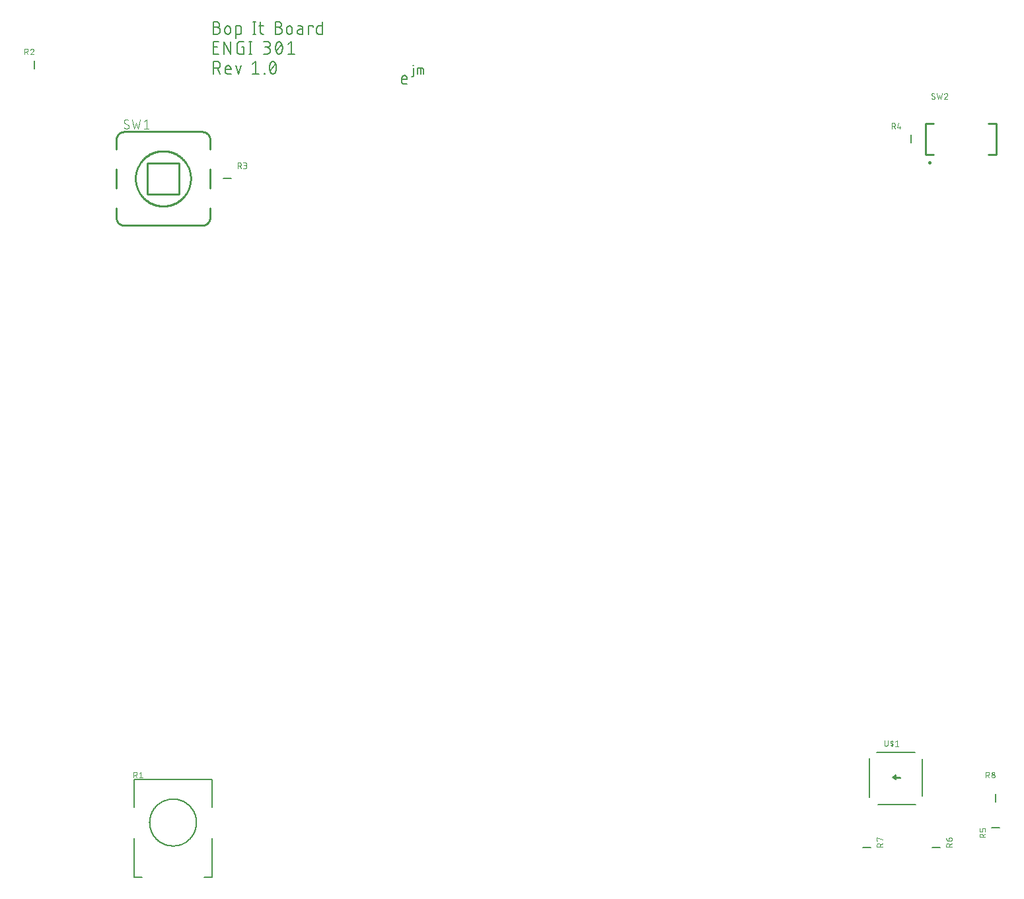
<source format=gbr>
G04 EAGLE Gerber RS-274X export*
G75*
%MOMM*%
%FSLAX34Y34*%
%LPD*%
%INSilkscreen Top*%
%IPPOS*%
%AMOC8*
5,1,8,0,0,1.08239X$1,22.5*%
G01*
%ADD10C,0.203200*%
%ADD11C,0.152400*%
%ADD12C,0.127000*%
%ADD13C,0.076200*%
%ADD14C,0.254000*%
%ADD15C,0.101600*%


D10*
X318516Y1178165D02*
X322890Y1178165D01*
X322890Y1178164D02*
X323021Y1178162D01*
X323152Y1178156D01*
X323282Y1178146D01*
X323412Y1178133D01*
X323542Y1178115D01*
X323671Y1178094D01*
X323799Y1178068D01*
X323927Y1178039D01*
X324054Y1178006D01*
X324179Y1177970D01*
X324304Y1177929D01*
X324427Y1177885D01*
X324549Y1177837D01*
X324669Y1177786D01*
X324788Y1177731D01*
X324905Y1177672D01*
X325020Y1177610D01*
X325133Y1177545D01*
X325245Y1177476D01*
X325354Y1177404D01*
X325461Y1177329D01*
X325566Y1177250D01*
X325668Y1177169D01*
X325768Y1177084D01*
X325865Y1176996D01*
X325960Y1176906D01*
X326052Y1176813D01*
X326141Y1176717D01*
X326227Y1176618D01*
X326310Y1176517D01*
X326390Y1176414D01*
X326467Y1176308D01*
X326540Y1176200D01*
X326611Y1176089D01*
X326678Y1175977D01*
X326742Y1175863D01*
X326802Y1175747D01*
X326859Y1175629D01*
X326912Y1175509D01*
X326962Y1175388D01*
X327008Y1175265D01*
X327050Y1175142D01*
X327088Y1175017D01*
X327123Y1174890D01*
X327154Y1174763D01*
X327182Y1174635D01*
X327205Y1174507D01*
X327224Y1174377D01*
X327240Y1174247D01*
X327252Y1174117D01*
X327260Y1173986D01*
X327264Y1173855D01*
X327264Y1173725D01*
X327260Y1173594D01*
X327252Y1173463D01*
X327240Y1173333D01*
X327224Y1173203D01*
X327205Y1173073D01*
X327182Y1172945D01*
X327154Y1172817D01*
X327123Y1172690D01*
X327088Y1172563D01*
X327050Y1172438D01*
X327008Y1172315D01*
X326962Y1172192D01*
X326912Y1172071D01*
X326859Y1171951D01*
X326802Y1171833D01*
X326742Y1171717D01*
X326678Y1171603D01*
X326611Y1171491D01*
X326540Y1171380D01*
X326467Y1171272D01*
X326390Y1171166D01*
X326310Y1171063D01*
X326227Y1170962D01*
X326141Y1170863D01*
X326052Y1170767D01*
X325960Y1170674D01*
X325865Y1170584D01*
X325768Y1170496D01*
X325668Y1170411D01*
X325566Y1170330D01*
X325461Y1170251D01*
X325354Y1170176D01*
X325245Y1170104D01*
X325133Y1170035D01*
X325020Y1169970D01*
X324905Y1169908D01*
X324788Y1169849D01*
X324669Y1169794D01*
X324549Y1169743D01*
X324427Y1169695D01*
X324304Y1169651D01*
X324179Y1169610D01*
X324054Y1169574D01*
X323927Y1169541D01*
X323799Y1169512D01*
X323671Y1169486D01*
X323542Y1169465D01*
X323412Y1169447D01*
X323282Y1169434D01*
X323152Y1169424D01*
X323021Y1169418D01*
X322890Y1169416D01*
X318516Y1169416D01*
X318516Y1185164D01*
X322890Y1185164D01*
X323008Y1185162D01*
X323126Y1185156D01*
X323244Y1185146D01*
X323361Y1185132D01*
X323478Y1185114D01*
X323595Y1185092D01*
X323710Y1185067D01*
X323824Y1185037D01*
X323938Y1185003D01*
X324050Y1184966D01*
X324161Y1184925D01*
X324270Y1184880D01*
X324378Y1184832D01*
X324484Y1184780D01*
X324589Y1184724D01*
X324691Y1184665D01*
X324791Y1184603D01*
X324889Y1184537D01*
X324985Y1184468D01*
X325079Y1184395D01*
X325170Y1184320D01*
X325258Y1184241D01*
X325344Y1184160D01*
X325427Y1184075D01*
X325507Y1183988D01*
X325584Y1183899D01*
X325658Y1183806D01*
X325728Y1183712D01*
X325796Y1183615D01*
X325860Y1183515D01*
X325921Y1183414D01*
X325978Y1183311D01*
X326032Y1183205D01*
X326083Y1183098D01*
X326129Y1182990D01*
X326172Y1182880D01*
X326211Y1182768D01*
X326247Y1182655D01*
X326278Y1182541D01*
X326306Y1182426D01*
X326330Y1182311D01*
X326350Y1182194D01*
X326366Y1182077D01*
X326378Y1181959D01*
X326386Y1181841D01*
X326390Y1181723D01*
X326390Y1181605D01*
X326386Y1181487D01*
X326378Y1181369D01*
X326366Y1181251D01*
X326350Y1181134D01*
X326330Y1181017D01*
X326306Y1180902D01*
X326278Y1180787D01*
X326247Y1180673D01*
X326211Y1180560D01*
X326172Y1180448D01*
X326129Y1180338D01*
X326083Y1180230D01*
X326032Y1180123D01*
X325978Y1180017D01*
X325921Y1179914D01*
X325860Y1179813D01*
X325796Y1179713D01*
X325728Y1179616D01*
X325658Y1179522D01*
X325584Y1179429D01*
X325507Y1179340D01*
X325427Y1179253D01*
X325344Y1179168D01*
X325258Y1179087D01*
X325170Y1179008D01*
X325079Y1178933D01*
X324985Y1178860D01*
X324889Y1178791D01*
X324791Y1178725D01*
X324691Y1178663D01*
X324589Y1178604D01*
X324484Y1178548D01*
X324378Y1178496D01*
X324270Y1178448D01*
X324161Y1178403D01*
X324050Y1178362D01*
X323938Y1178325D01*
X323824Y1178291D01*
X323710Y1178261D01*
X323595Y1178236D01*
X323478Y1178214D01*
X323361Y1178196D01*
X323244Y1178182D01*
X323126Y1178172D01*
X323008Y1178166D01*
X322890Y1178164D01*
X333205Y1176415D02*
X333205Y1172916D01*
X333205Y1176415D02*
X333207Y1176533D01*
X333213Y1176651D01*
X333223Y1176769D01*
X333237Y1176886D01*
X333255Y1177003D01*
X333277Y1177120D01*
X333302Y1177235D01*
X333332Y1177349D01*
X333366Y1177463D01*
X333403Y1177575D01*
X333444Y1177686D01*
X333489Y1177795D01*
X333537Y1177903D01*
X333589Y1178009D01*
X333645Y1178114D01*
X333704Y1178216D01*
X333766Y1178316D01*
X333832Y1178414D01*
X333901Y1178510D01*
X333974Y1178604D01*
X334049Y1178695D01*
X334128Y1178783D01*
X334209Y1178869D01*
X334294Y1178952D01*
X334381Y1179032D01*
X334470Y1179109D01*
X334563Y1179183D01*
X334657Y1179253D01*
X334754Y1179321D01*
X334854Y1179385D01*
X334955Y1179446D01*
X335058Y1179503D01*
X335164Y1179557D01*
X335271Y1179608D01*
X335379Y1179654D01*
X335489Y1179697D01*
X335601Y1179736D01*
X335714Y1179772D01*
X335828Y1179803D01*
X335943Y1179831D01*
X336058Y1179855D01*
X336175Y1179875D01*
X336292Y1179891D01*
X336410Y1179903D01*
X336528Y1179911D01*
X336646Y1179915D01*
X336764Y1179915D01*
X336882Y1179911D01*
X337000Y1179903D01*
X337118Y1179891D01*
X337235Y1179875D01*
X337352Y1179855D01*
X337467Y1179831D01*
X337582Y1179803D01*
X337696Y1179772D01*
X337809Y1179736D01*
X337921Y1179697D01*
X338031Y1179654D01*
X338139Y1179608D01*
X338246Y1179557D01*
X338352Y1179503D01*
X338455Y1179446D01*
X338556Y1179385D01*
X338656Y1179321D01*
X338753Y1179253D01*
X338847Y1179183D01*
X338940Y1179109D01*
X339029Y1179032D01*
X339116Y1178952D01*
X339201Y1178869D01*
X339282Y1178783D01*
X339361Y1178695D01*
X339436Y1178604D01*
X339509Y1178510D01*
X339578Y1178414D01*
X339644Y1178316D01*
X339706Y1178216D01*
X339765Y1178114D01*
X339821Y1178009D01*
X339873Y1177903D01*
X339921Y1177795D01*
X339966Y1177686D01*
X340007Y1177575D01*
X340044Y1177463D01*
X340078Y1177349D01*
X340108Y1177235D01*
X340133Y1177120D01*
X340155Y1177003D01*
X340173Y1176886D01*
X340187Y1176769D01*
X340197Y1176651D01*
X340203Y1176533D01*
X340205Y1176415D01*
X340204Y1176415D02*
X340204Y1172916D01*
X340205Y1172916D02*
X340203Y1172798D01*
X340197Y1172680D01*
X340187Y1172562D01*
X340173Y1172445D01*
X340155Y1172328D01*
X340133Y1172211D01*
X340108Y1172096D01*
X340078Y1171982D01*
X340044Y1171868D01*
X340007Y1171756D01*
X339966Y1171645D01*
X339921Y1171536D01*
X339873Y1171428D01*
X339821Y1171322D01*
X339765Y1171217D01*
X339706Y1171115D01*
X339644Y1171015D01*
X339578Y1170917D01*
X339509Y1170821D01*
X339436Y1170727D01*
X339361Y1170636D01*
X339282Y1170548D01*
X339201Y1170462D01*
X339116Y1170379D01*
X339029Y1170299D01*
X338940Y1170222D01*
X338847Y1170148D01*
X338753Y1170078D01*
X338656Y1170010D01*
X338556Y1169946D01*
X338455Y1169885D01*
X338352Y1169828D01*
X338246Y1169774D01*
X338139Y1169723D01*
X338031Y1169677D01*
X337921Y1169634D01*
X337809Y1169595D01*
X337696Y1169559D01*
X337582Y1169528D01*
X337467Y1169500D01*
X337352Y1169476D01*
X337235Y1169456D01*
X337118Y1169440D01*
X337000Y1169428D01*
X336882Y1169420D01*
X336764Y1169416D01*
X336646Y1169416D01*
X336528Y1169420D01*
X336410Y1169428D01*
X336292Y1169440D01*
X336175Y1169456D01*
X336058Y1169476D01*
X335943Y1169500D01*
X335828Y1169528D01*
X335714Y1169559D01*
X335601Y1169595D01*
X335489Y1169634D01*
X335379Y1169677D01*
X335271Y1169723D01*
X335164Y1169774D01*
X335058Y1169828D01*
X334955Y1169885D01*
X334854Y1169946D01*
X334754Y1170010D01*
X334657Y1170078D01*
X334563Y1170148D01*
X334470Y1170222D01*
X334381Y1170299D01*
X334294Y1170379D01*
X334209Y1170462D01*
X334128Y1170548D01*
X334049Y1170636D01*
X333974Y1170727D01*
X333901Y1170821D01*
X333832Y1170917D01*
X333766Y1171015D01*
X333704Y1171115D01*
X333645Y1171217D01*
X333589Y1171322D01*
X333537Y1171428D01*
X333489Y1171536D01*
X333444Y1171645D01*
X333403Y1171756D01*
X333366Y1171868D01*
X333332Y1171982D01*
X333302Y1172096D01*
X333277Y1172211D01*
X333255Y1172328D01*
X333237Y1172445D01*
X333223Y1172562D01*
X333213Y1172680D01*
X333207Y1172798D01*
X333205Y1172916D01*
X347361Y1179915D02*
X347361Y1164167D01*
X347361Y1179915D02*
X351736Y1179915D01*
X351837Y1179913D01*
X351937Y1179907D01*
X352037Y1179898D01*
X352137Y1179884D01*
X352236Y1179867D01*
X352334Y1179846D01*
X352432Y1179821D01*
X352528Y1179793D01*
X352623Y1179760D01*
X352717Y1179725D01*
X352810Y1179685D01*
X352901Y1179642D01*
X352990Y1179596D01*
X353077Y1179546D01*
X353163Y1179493D01*
X353246Y1179437D01*
X353327Y1179378D01*
X353406Y1179315D01*
X353482Y1179250D01*
X353556Y1179181D01*
X353627Y1179110D01*
X353696Y1179036D01*
X353761Y1178960D01*
X353824Y1178881D01*
X353883Y1178800D01*
X353939Y1178717D01*
X353992Y1178631D01*
X354042Y1178544D01*
X354088Y1178455D01*
X354131Y1178364D01*
X354171Y1178271D01*
X354206Y1178177D01*
X354239Y1178082D01*
X354267Y1177986D01*
X354292Y1177888D01*
X354313Y1177790D01*
X354330Y1177691D01*
X354344Y1177591D01*
X354353Y1177491D01*
X354359Y1177391D01*
X354361Y1177290D01*
X354361Y1172041D01*
X354359Y1171940D01*
X354353Y1171840D01*
X354344Y1171740D01*
X354330Y1171640D01*
X354313Y1171541D01*
X354292Y1171443D01*
X354267Y1171345D01*
X354239Y1171249D01*
X354206Y1171154D01*
X354171Y1171060D01*
X354131Y1170967D01*
X354088Y1170876D01*
X354042Y1170787D01*
X353992Y1170700D01*
X353939Y1170614D01*
X353883Y1170531D01*
X353824Y1170450D01*
X353761Y1170371D01*
X353696Y1170295D01*
X353627Y1170221D01*
X353556Y1170150D01*
X353482Y1170081D01*
X353406Y1170016D01*
X353327Y1169953D01*
X353246Y1169894D01*
X353163Y1169838D01*
X353077Y1169785D01*
X352990Y1169735D01*
X352901Y1169689D01*
X352810Y1169646D01*
X352717Y1169606D01*
X352623Y1169571D01*
X352528Y1169538D01*
X352432Y1169510D01*
X352334Y1169485D01*
X352236Y1169464D01*
X352137Y1169447D01*
X352037Y1169433D01*
X351937Y1169424D01*
X351837Y1169418D01*
X351736Y1169416D01*
X347361Y1169416D01*
X370572Y1169416D02*
X370572Y1185164D01*
X368823Y1169416D02*
X372322Y1169416D01*
X372322Y1185164D02*
X368823Y1185164D01*
X377187Y1179915D02*
X382436Y1179915D01*
X378936Y1185164D02*
X378936Y1172041D01*
X378938Y1171940D01*
X378944Y1171840D01*
X378953Y1171740D01*
X378967Y1171640D01*
X378984Y1171541D01*
X379005Y1171443D01*
X379030Y1171345D01*
X379058Y1171249D01*
X379091Y1171154D01*
X379126Y1171060D01*
X379166Y1170967D01*
X379209Y1170876D01*
X379255Y1170787D01*
X379305Y1170700D01*
X379358Y1170614D01*
X379414Y1170531D01*
X379473Y1170450D01*
X379536Y1170371D01*
X379601Y1170295D01*
X379670Y1170221D01*
X379741Y1170150D01*
X379815Y1170081D01*
X379891Y1170016D01*
X379970Y1169953D01*
X380051Y1169894D01*
X380134Y1169838D01*
X380220Y1169785D01*
X380307Y1169735D01*
X380396Y1169689D01*
X380487Y1169646D01*
X380580Y1169606D01*
X380674Y1169571D01*
X380769Y1169538D01*
X380865Y1169510D01*
X380963Y1169485D01*
X381061Y1169464D01*
X381160Y1169447D01*
X381260Y1169433D01*
X381360Y1169424D01*
X381460Y1169418D01*
X381561Y1169416D01*
X382436Y1169416D01*
X397714Y1178165D02*
X402089Y1178165D01*
X402089Y1178164D02*
X402220Y1178162D01*
X402351Y1178156D01*
X402481Y1178146D01*
X402611Y1178133D01*
X402741Y1178115D01*
X402870Y1178094D01*
X402998Y1178068D01*
X403126Y1178039D01*
X403253Y1178006D01*
X403378Y1177970D01*
X403503Y1177929D01*
X403626Y1177885D01*
X403748Y1177837D01*
X403868Y1177786D01*
X403987Y1177731D01*
X404104Y1177672D01*
X404219Y1177610D01*
X404332Y1177545D01*
X404444Y1177476D01*
X404553Y1177404D01*
X404660Y1177329D01*
X404765Y1177250D01*
X404867Y1177169D01*
X404967Y1177084D01*
X405064Y1176996D01*
X405159Y1176906D01*
X405251Y1176813D01*
X405340Y1176717D01*
X405426Y1176618D01*
X405509Y1176517D01*
X405589Y1176414D01*
X405666Y1176308D01*
X405739Y1176200D01*
X405810Y1176089D01*
X405877Y1175977D01*
X405941Y1175863D01*
X406001Y1175747D01*
X406058Y1175629D01*
X406111Y1175509D01*
X406161Y1175388D01*
X406207Y1175265D01*
X406249Y1175142D01*
X406287Y1175017D01*
X406322Y1174890D01*
X406353Y1174763D01*
X406381Y1174635D01*
X406404Y1174507D01*
X406423Y1174377D01*
X406439Y1174247D01*
X406451Y1174117D01*
X406459Y1173986D01*
X406463Y1173855D01*
X406463Y1173725D01*
X406459Y1173594D01*
X406451Y1173463D01*
X406439Y1173333D01*
X406423Y1173203D01*
X406404Y1173073D01*
X406381Y1172945D01*
X406353Y1172817D01*
X406322Y1172690D01*
X406287Y1172563D01*
X406249Y1172438D01*
X406207Y1172315D01*
X406161Y1172192D01*
X406111Y1172071D01*
X406058Y1171951D01*
X406001Y1171833D01*
X405941Y1171717D01*
X405877Y1171603D01*
X405810Y1171491D01*
X405739Y1171380D01*
X405666Y1171272D01*
X405589Y1171166D01*
X405509Y1171063D01*
X405426Y1170962D01*
X405340Y1170863D01*
X405251Y1170767D01*
X405159Y1170674D01*
X405064Y1170584D01*
X404967Y1170496D01*
X404867Y1170411D01*
X404765Y1170330D01*
X404660Y1170251D01*
X404553Y1170176D01*
X404444Y1170104D01*
X404332Y1170035D01*
X404219Y1169970D01*
X404104Y1169908D01*
X403987Y1169849D01*
X403868Y1169794D01*
X403748Y1169743D01*
X403626Y1169695D01*
X403503Y1169651D01*
X403378Y1169610D01*
X403253Y1169574D01*
X403126Y1169541D01*
X402998Y1169512D01*
X402870Y1169486D01*
X402741Y1169465D01*
X402611Y1169447D01*
X402481Y1169434D01*
X402351Y1169424D01*
X402220Y1169418D01*
X402089Y1169416D01*
X397714Y1169416D01*
X397714Y1185164D01*
X402089Y1185164D01*
X402207Y1185162D01*
X402325Y1185156D01*
X402443Y1185146D01*
X402560Y1185132D01*
X402677Y1185114D01*
X402794Y1185092D01*
X402909Y1185067D01*
X403023Y1185037D01*
X403137Y1185003D01*
X403249Y1184966D01*
X403360Y1184925D01*
X403469Y1184880D01*
X403577Y1184832D01*
X403683Y1184780D01*
X403788Y1184724D01*
X403890Y1184665D01*
X403990Y1184603D01*
X404088Y1184537D01*
X404184Y1184468D01*
X404278Y1184395D01*
X404369Y1184320D01*
X404457Y1184241D01*
X404543Y1184160D01*
X404626Y1184075D01*
X404706Y1183988D01*
X404783Y1183899D01*
X404857Y1183806D01*
X404927Y1183712D01*
X404995Y1183615D01*
X405059Y1183515D01*
X405120Y1183414D01*
X405177Y1183311D01*
X405231Y1183205D01*
X405282Y1183098D01*
X405328Y1182990D01*
X405371Y1182880D01*
X405410Y1182768D01*
X405446Y1182655D01*
X405477Y1182541D01*
X405505Y1182426D01*
X405529Y1182311D01*
X405549Y1182194D01*
X405565Y1182077D01*
X405577Y1181959D01*
X405585Y1181841D01*
X405589Y1181723D01*
X405589Y1181605D01*
X405585Y1181487D01*
X405577Y1181369D01*
X405565Y1181251D01*
X405549Y1181134D01*
X405529Y1181017D01*
X405505Y1180902D01*
X405477Y1180787D01*
X405446Y1180673D01*
X405410Y1180560D01*
X405371Y1180448D01*
X405328Y1180338D01*
X405282Y1180230D01*
X405231Y1180123D01*
X405177Y1180017D01*
X405120Y1179914D01*
X405059Y1179813D01*
X404995Y1179713D01*
X404927Y1179616D01*
X404857Y1179522D01*
X404783Y1179429D01*
X404706Y1179340D01*
X404626Y1179253D01*
X404543Y1179168D01*
X404457Y1179087D01*
X404369Y1179008D01*
X404278Y1178933D01*
X404184Y1178860D01*
X404088Y1178791D01*
X403990Y1178725D01*
X403890Y1178663D01*
X403788Y1178604D01*
X403683Y1178548D01*
X403577Y1178496D01*
X403469Y1178448D01*
X403360Y1178403D01*
X403249Y1178362D01*
X403137Y1178325D01*
X403023Y1178291D01*
X402909Y1178261D01*
X402794Y1178236D01*
X402677Y1178214D01*
X402560Y1178196D01*
X402443Y1178182D01*
X402325Y1178172D01*
X402207Y1178166D01*
X402089Y1178164D01*
X412403Y1176415D02*
X412403Y1172916D01*
X412403Y1176415D02*
X412405Y1176533D01*
X412411Y1176651D01*
X412421Y1176769D01*
X412435Y1176886D01*
X412453Y1177003D01*
X412475Y1177120D01*
X412500Y1177235D01*
X412530Y1177349D01*
X412564Y1177463D01*
X412601Y1177575D01*
X412642Y1177686D01*
X412687Y1177795D01*
X412735Y1177903D01*
X412787Y1178009D01*
X412843Y1178114D01*
X412902Y1178216D01*
X412964Y1178316D01*
X413030Y1178414D01*
X413099Y1178510D01*
X413172Y1178604D01*
X413247Y1178695D01*
X413326Y1178783D01*
X413407Y1178869D01*
X413492Y1178952D01*
X413579Y1179032D01*
X413668Y1179109D01*
X413761Y1179183D01*
X413855Y1179253D01*
X413952Y1179321D01*
X414052Y1179385D01*
X414153Y1179446D01*
X414256Y1179503D01*
X414362Y1179557D01*
X414469Y1179608D01*
X414577Y1179654D01*
X414687Y1179697D01*
X414799Y1179736D01*
X414912Y1179772D01*
X415026Y1179803D01*
X415141Y1179831D01*
X415256Y1179855D01*
X415373Y1179875D01*
X415490Y1179891D01*
X415608Y1179903D01*
X415726Y1179911D01*
X415844Y1179915D01*
X415962Y1179915D01*
X416080Y1179911D01*
X416198Y1179903D01*
X416316Y1179891D01*
X416433Y1179875D01*
X416550Y1179855D01*
X416665Y1179831D01*
X416780Y1179803D01*
X416894Y1179772D01*
X417007Y1179736D01*
X417119Y1179697D01*
X417229Y1179654D01*
X417337Y1179608D01*
X417444Y1179557D01*
X417550Y1179503D01*
X417653Y1179446D01*
X417754Y1179385D01*
X417854Y1179321D01*
X417951Y1179253D01*
X418045Y1179183D01*
X418138Y1179109D01*
X418227Y1179032D01*
X418314Y1178952D01*
X418399Y1178869D01*
X418480Y1178783D01*
X418559Y1178695D01*
X418634Y1178604D01*
X418707Y1178510D01*
X418776Y1178414D01*
X418842Y1178316D01*
X418904Y1178216D01*
X418963Y1178114D01*
X419019Y1178009D01*
X419071Y1177903D01*
X419119Y1177795D01*
X419164Y1177686D01*
X419205Y1177575D01*
X419242Y1177463D01*
X419276Y1177349D01*
X419306Y1177235D01*
X419331Y1177120D01*
X419353Y1177003D01*
X419371Y1176886D01*
X419385Y1176769D01*
X419395Y1176651D01*
X419401Y1176533D01*
X419403Y1176415D01*
X419402Y1176415D02*
X419402Y1172916D01*
X419403Y1172916D02*
X419401Y1172798D01*
X419395Y1172680D01*
X419385Y1172562D01*
X419371Y1172445D01*
X419353Y1172328D01*
X419331Y1172211D01*
X419306Y1172096D01*
X419276Y1171982D01*
X419242Y1171868D01*
X419205Y1171756D01*
X419164Y1171645D01*
X419119Y1171536D01*
X419071Y1171428D01*
X419019Y1171322D01*
X418963Y1171217D01*
X418904Y1171115D01*
X418842Y1171015D01*
X418776Y1170917D01*
X418707Y1170821D01*
X418634Y1170727D01*
X418559Y1170636D01*
X418480Y1170548D01*
X418399Y1170462D01*
X418314Y1170379D01*
X418227Y1170299D01*
X418138Y1170222D01*
X418045Y1170148D01*
X417951Y1170078D01*
X417854Y1170010D01*
X417754Y1169946D01*
X417653Y1169885D01*
X417550Y1169828D01*
X417444Y1169774D01*
X417337Y1169723D01*
X417229Y1169677D01*
X417119Y1169634D01*
X417007Y1169595D01*
X416894Y1169559D01*
X416780Y1169528D01*
X416665Y1169500D01*
X416550Y1169476D01*
X416433Y1169456D01*
X416316Y1169440D01*
X416198Y1169428D01*
X416080Y1169420D01*
X415962Y1169416D01*
X415844Y1169416D01*
X415726Y1169420D01*
X415608Y1169428D01*
X415490Y1169440D01*
X415373Y1169456D01*
X415256Y1169476D01*
X415141Y1169500D01*
X415026Y1169528D01*
X414912Y1169559D01*
X414799Y1169595D01*
X414687Y1169634D01*
X414577Y1169677D01*
X414469Y1169723D01*
X414362Y1169774D01*
X414256Y1169828D01*
X414153Y1169885D01*
X414052Y1169946D01*
X413952Y1170010D01*
X413855Y1170078D01*
X413761Y1170148D01*
X413668Y1170222D01*
X413579Y1170299D01*
X413492Y1170379D01*
X413407Y1170462D01*
X413326Y1170548D01*
X413247Y1170636D01*
X413172Y1170727D01*
X413099Y1170821D01*
X413030Y1170917D01*
X412964Y1171015D01*
X412902Y1171115D01*
X412843Y1171217D01*
X412787Y1171322D01*
X412735Y1171428D01*
X412687Y1171536D01*
X412642Y1171645D01*
X412601Y1171756D01*
X412564Y1171868D01*
X412530Y1171982D01*
X412500Y1172096D01*
X412475Y1172211D01*
X412453Y1172328D01*
X412435Y1172445D01*
X412421Y1172562D01*
X412411Y1172680D01*
X412405Y1172798D01*
X412403Y1172916D01*
X428924Y1175540D02*
X432861Y1175540D01*
X428924Y1175540D02*
X428815Y1175538D01*
X428706Y1175532D01*
X428597Y1175522D01*
X428488Y1175509D01*
X428380Y1175491D01*
X428273Y1175470D01*
X428167Y1175445D01*
X428061Y1175416D01*
X427957Y1175383D01*
X427854Y1175347D01*
X427752Y1175307D01*
X427652Y1175263D01*
X427553Y1175216D01*
X427457Y1175165D01*
X427362Y1175111D01*
X427269Y1175054D01*
X427178Y1174993D01*
X427089Y1174929D01*
X427003Y1174862D01*
X426919Y1174792D01*
X426837Y1174719D01*
X426759Y1174643D01*
X426683Y1174565D01*
X426610Y1174483D01*
X426540Y1174399D01*
X426473Y1174313D01*
X426409Y1174224D01*
X426348Y1174133D01*
X426291Y1174040D01*
X426237Y1173945D01*
X426186Y1173849D01*
X426139Y1173750D01*
X426095Y1173650D01*
X426055Y1173548D01*
X426019Y1173445D01*
X425986Y1173341D01*
X425957Y1173235D01*
X425932Y1173129D01*
X425911Y1173022D01*
X425893Y1172914D01*
X425880Y1172805D01*
X425870Y1172696D01*
X425864Y1172587D01*
X425862Y1172478D01*
X425864Y1172369D01*
X425870Y1172260D01*
X425880Y1172151D01*
X425893Y1172042D01*
X425911Y1171934D01*
X425932Y1171827D01*
X425957Y1171721D01*
X425986Y1171615D01*
X426019Y1171511D01*
X426055Y1171408D01*
X426095Y1171306D01*
X426139Y1171206D01*
X426186Y1171107D01*
X426237Y1171011D01*
X426291Y1170916D01*
X426348Y1170823D01*
X426409Y1170732D01*
X426473Y1170643D01*
X426540Y1170557D01*
X426610Y1170473D01*
X426683Y1170391D01*
X426759Y1170313D01*
X426837Y1170237D01*
X426919Y1170164D01*
X427003Y1170094D01*
X427089Y1170027D01*
X427178Y1169963D01*
X427269Y1169902D01*
X427362Y1169845D01*
X427457Y1169791D01*
X427553Y1169740D01*
X427652Y1169693D01*
X427752Y1169649D01*
X427854Y1169609D01*
X427957Y1169573D01*
X428061Y1169540D01*
X428167Y1169511D01*
X428273Y1169486D01*
X428380Y1169465D01*
X428488Y1169447D01*
X428597Y1169434D01*
X428706Y1169424D01*
X428815Y1169418D01*
X428924Y1169416D01*
X432861Y1169416D01*
X432861Y1177290D01*
X432862Y1177290D02*
X432860Y1177391D01*
X432854Y1177491D01*
X432845Y1177591D01*
X432831Y1177691D01*
X432814Y1177790D01*
X432793Y1177888D01*
X432768Y1177986D01*
X432740Y1178082D01*
X432707Y1178177D01*
X432672Y1178271D01*
X432632Y1178364D01*
X432589Y1178455D01*
X432543Y1178544D01*
X432493Y1178631D01*
X432440Y1178717D01*
X432384Y1178800D01*
X432325Y1178881D01*
X432262Y1178960D01*
X432197Y1179036D01*
X432128Y1179110D01*
X432057Y1179181D01*
X431983Y1179250D01*
X431907Y1179315D01*
X431828Y1179378D01*
X431747Y1179437D01*
X431664Y1179493D01*
X431578Y1179546D01*
X431491Y1179596D01*
X431402Y1179642D01*
X431311Y1179685D01*
X431218Y1179725D01*
X431124Y1179760D01*
X431029Y1179793D01*
X430933Y1179821D01*
X430835Y1179846D01*
X430737Y1179867D01*
X430638Y1179884D01*
X430538Y1179898D01*
X430438Y1179907D01*
X430338Y1179913D01*
X430237Y1179915D01*
X426737Y1179915D01*
X440642Y1179915D02*
X440642Y1169416D01*
X440642Y1179915D02*
X445891Y1179915D01*
X445891Y1178165D01*
X457871Y1185164D02*
X457871Y1169416D01*
X453497Y1169416D01*
X453396Y1169418D01*
X453296Y1169424D01*
X453196Y1169433D01*
X453096Y1169447D01*
X452997Y1169464D01*
X452899Y1169485D01*
X452801Y1169510D01*
X452705Y1169538D01*
X452610Y1169571D01*
X452516Y1169606D01*
X452423Y1169646D01*
X452332Y1169689D01*
X452243Y1169735D01*
X452156Y1169785D01*
X452070Y1169838D01*
X451987Y1169894D01*
X451906Y1169953D01*
X451827Y1170016D01*
X451751Y1170081D01*
X451677Y1170150D01*
X451606Y1170221D01*
X451537Y1170295D01*
X451472Y1170371D01*
X451409Y1170450D01*
X451350Y1170531D01*
X451294Y1170614D01*
X451241Y1170700D01*
X451191Y1170787D01*
X451145Y1170876D01*
X451102Y1170967D01*
X451062Y1171060D01*
X451027Y1171154D01*
X450994Y1171249D01*
X450966Y1171345D01*
X450941Y1171443D01*
X450920Y1171541D01*
X450903Y1171640D01*
X450889Y1171740D01*
X450880Y1171840D01*
X450874Y1171940D01*
X450872Y1172041D01*
X450872Y1177290D01*
X450874Y1177391D01*
X450880Y1177491D01*
X450889Y1177591D01*
X450903Y1177691D01*
X450920Y1177790D01*
X450941Y1177888D01*
X450966Y1177986D01*
X450994Y1178082D01*
X451027Y1178177D01*
X451062Y1178271D01*
X451102Y1178364D01*
X451145Y1178455D01*
X451191Y1178544D01*
X451241Y1178631D01*
X451294Y1178717D01*
X451350Y1178800D01*
X451409Y1178881D01*
X451472Y1178960D01*
X451537Y1179036D01*
X451606Y1179110D01*
X451677Y1179181D01*
X451751Y1179250D01*
X451827Y1179315D01*
X451906Y1179378D01*
X451987Y1179437D01*
X452070Y1179493D01*
X452156Y1179546D01*
X452243Y1179596D01*
X452332Y1179642D01*
X452423Y1179685D01*
X452516Y1179725D01*
X452610Y1179761D01*
X452705Y1179793D01*
X452801Y1179821D01*
X452899Y1179846D01*
X452997Y1179867D01*
X453096Y1179884D01*
X453196Y1179898D01*
X453296Y1179907D01*
X453396Y1179913D01*
X453497Y1179915D01*
X457871Y1179915D01*
X325515Y1144016D02*
X318516Y1144016D01*
X318516Y1159764D01*
X325515Y1159764D01*
X323765Y1152765D02*
X318516Y1152765D01*
X332027Y1159764D02*
X332027Y1144016D01*
X340776Y1144016D02*
X332027Y1159764D01*
X340776Y1159764D02*
X340776Y1144016D01*
X354825Y1152765D02*
X357449Y1152765D01*
X357449Y1144016D01*
X352200Y1144016D01*
X352083Y1144018D01*
X351966Y1144024D01*
X351850Y1144034D01*
X351733Y1144047D01*
X351618Y1144065D01*
X351503Y1144086D01*
X351389Y1144111D01*
X351275Y1144140D01*
X351163Y1144173D01*
X351052Y1144210D01*
X350942Y1144250D01*
X350834Y1144294D01*
X350727Y1144341D01*
X350621Y1144392D01*
X350518Y1144447D01*
X350416Y1144505D01*
X350317Y1144566D01*
X350219Y1144630D01*
X350124Y1144698D01*
X350031Y1144769D01*
X349940Y1144843D01*
X349852Y1144920D01*
X349767Y1145000D01*
X349684Y1145083D01*
X349604Y1145168D01*
X349527Y1145256D01*
X349453Y1145347D01*
X349382Y1145440D01*
X349314Y1145535D01*
X349250Y1145633D01*
X349189Y1145732D01*
X349131Y1145834D01*
X349076Y1145937D01*
X349025Y1146043D01*
X348978Y1146150D01*
X348934Y1146258D01*
X348894Y1146368D01*
X348857Y1146479D01*
X348824Y1146591D01*
X348795Y1146705D01*
X348770Y1146819D01*
X348749Y1146934D01*
X348731Y1147049D01*
X348718Y1147166D01*
X348708Y1147282D01*
X348702Y1147399D01*
X348700Y1147516D01*
X348701Y1147516D02*
X348701Y1156264D01*
X348700Y1156264D02*
X348702Y1156381D01*
X348708Y1156498D01*
X348718Y1156614D01*
X348731Y1156731D01*
X348749Y1156846D01*
X348770Y1156961D01*
X348795Y1157075D01*
X348824Y1157189D01*
X348857Y1157301D01*
X348894Y1157412D01*
X348934Y1157522D01*
X348978Y1157630D01*
X349025Y1157737D01*
X349076Y1157843D01*
X349131Y1157946D01*
X349189Y1158048D01*
X349250Y1158147D01*
X349314Y1158245D01*
X349382Y1158340D01*
X349453Y1158433D01*
X349527Y1158524D01*
X349604Y1158612D01*
X349684Y1158697D01*
X349767Y1158780D01*
X349852Y1158860D01*
X349940Y1158937D01*
X350031Y1159011D01*
X350124Y1159082D01*
X350219Y1159150D01*
X350317Y1159214D01*
X350416Y1159275D01*
X350518Y1159333D01*
X350621Y1159388D01*
X350727Y1159439D01*
X350834Y1159486D01*
X350942Y1159530D01*
X351052Y1159570D01*
X351163Y1159607D01*
X351275Y1159640D01*
X351389Y1159669D01*
X351503Y1159694D01*
X351618Y1159715D01*
X351733Y1159733D01*
X351850Y1159746D01*
X351966Y1159756D01*
X352083Y1159762D01*
X352200Y1159764D01*
X357449Y1159764D01*
X366101Y1159764D02*
X366101Y1144016D01*
X364351Y1144016D02*
X367851Y1144016D01*
X367851Y1159764D02*
X364351Y1159764D01*
X382568Y1144016D02*
X386943Y1144016D01*
X387074Y1144018D01*
X387205Y1144024D01*
X387335Y1144034D01*
X387465Y1144047D01*
X387595Y1144065D01*
X387724Y1144086D01*
X387852Y1144112D01*
X387980Y1144141D01*
X388107Y1144174D01*
X388232Y1144210D01*
X388357Y1144251D01*
X388480Y1144295D01*
X388602Y1144343D01*
X388722Y1144394D01*
X388841Y1144449D01*
X388958Y1144508D01*
X389073Y1144570D01*
X389186Y1144635D01*
X389298Y1144704D01*
X389407Y1144776D01*
X389514Y1144851D01*
X389619Y1144930D01*
X389721Y1145011D01*
X389821Y1145096D01*
X389918Y1145184D01*
X390013Y1145274D01*
X390105Y1145367D01*
X390194Y1145463D01*
X390280Y1145562D01*
X390363Y1145663D01*
X390443Y1145766D01*
X390520Y1145872D01*
X390593Y1145980D01*
X390664Y1146091D01*
X390731Y1146203D01*
X390795Y1146317D01*
X390855Y1146433D01*
X390912Y1146551D01*
X390965Y1146671D01*
X391015Y1146792D01*
X391061Y1146915D01*
X391103Y1147038D01*
X391141Y1147163D01*
X391176Y1147290D01*
X391207Y1147417D01*
X391235Y1147545D01*
X391258Y1147673D01*
X391277Y1147803D01*
X391293Y1147933D01*
X391305Y1148063D01*
X391313Y1148194D01*
X391317Y1148325D01*
X391317Y1148455D01*
X391313Y1148586D01*
X391305Y1148717D01*
X391293Y1148847D01*
X391277Y1148977D01*
X391258Y1149107D01*
X391235Y1149235D01*
X391207Y1149363D01*
X391176Y1149490D01*
X391141Y1149617D01*
X391103Y1149742D01*
X391061Y1149865D01*
X391015Y1149988D01*
X390965Y1150109D01*
X390912Y1150229D01*
X390855Y1150347D01*
X390795Y1150463D01*
X390731Y1150577D01*
X390664Y1150689D01*
X390593Y1150800D01*
X390520Y1150908D01*
X390443Y1151014D01*
X390363Y1151117D01*
X390280Y1151218D01*
X390194Y1151317D01*
X390105Y1151413D01*
X390013Y1151506D01*
X389918Y1151596D01*
X389821Y1151684D01*
X389721Y1151769D01*
X389619Y1151850D01*
X389514Y1151929D01*
X389407Y1152004D01*
X389298Y1152076D01*
X389186Y1152145D01*
X389073Y1152210D01*
X388958Y1152272D01*
X388841Y1152331D01*
X388722Y1152386D01*
X388602Y1152437D01*
X388480Y1152485D01*
X388357Y1152529D01*
X388232Y1152570D01*
X388107Y1152606D01*
X387980Y1152639D01*
X387852Y1152668D01*
X387724Y1152694D01*
X387595Y1152715D01*
X387465Y1152733D01*
X387335Y1152746D01*
X387205Y1152756D01*
X387074Y1152762D01*
X386943Y1152764D01*
X387818Y1159764D02*
X382568Y1159764D01*
X387818Y1159764D02*
X387936Y1159762D01*
X388054Y1159756D01*
X388172Y1159746D01*
X388289Y1159732D01*
X388406Y1159714D01*
X388523Y1159692D01*
X388638Y1159667D01*
X388752Y1159637D01*
X388866Y1159603D01*
X388978Y1159566D01*
X389089Y1159525D01*
X389198Y1159480D01*
X389306Y1159432D01*
X389412Y1159380D01*
X389517Y1159324D01*
X389619Y1159265D01*
X389719Y1159203D01*
X389817Y1159137D01*
X389913Y1159068D01*
X390007Y1158995D01*
X390098Y1158920D01*
X390186Y1158841D01*
X390272Y1158760D01*
X390355Y1158675D01*
X390435Y1158588D01*
X390512Y1158499D01*
X390586Y1158406D01*
X390656Y1158312D01*
X390724Y1158215D01*
X390788Y1158115D01*
X390849Y1158014D01*
X390906Y1157911D01*
X390960Y1157805D01*
X391011Y1157698D01*
X391057Y1157590D01*
X391100Y1157480D01*
X391139Y1157368D01*
X391175Y1157255D01*
X391206Y1157141D01*
X391234Y1157026D01*
X391258Y1156911D01*
X391278Y1156794D01*
X391294Y1156677D01*
X391306Y1156559D01*
X391314Y1156441D01*
X391318Y1156323D01*
X391318Y1156205D01*
X391314Y1156087D01*
X391306Y1155969D01*
X391294Y1155851D01*
X391278Y1155734D01*
X391258Y1155617D01*
X391234Y1155502D01*
X391206Y1155387D01*
X391175Y1155273D01*
X391139Y1155160D01*
X391100Y1155048D01*
X391057Y1154938D01*
X391011Y1154830D01*
X390960Y1154723D01*
X390906Y1154617D01*
X390849Y1154514D01*
X390788Y1154413D01*
X390724Y1154313D01*
X390656Y1154216D01*
X390586Y1154122D01*
X390512Y1154029D01*
X390435Y1153940D01*
X390355Y1153853D01*
X390272Y1153768D01*
X390186Y1153687D01*
X390098Y1153608D01*
X390007Y1153533D01*
X389913Y1153460D01*
X389817Y1153391D01*
X389719Y1153325D01*
X389619Y1153263D01*
X389517Y1153204D01*
X389412Y1153148D01*
X389306Y1153096D01*
X389198Y1153048D01*
X389089Y1153003D01*
X388978Y1152962D01*
X388866Y1152925D01*
X388752Y1152891D01*
X388638Y1152861D01*
X388523Y1152836D01*
X388406Y1152814D01*
X388289Y1152796D01*
X388172Y1152782D01*
X388054Y1152772D01*
X387936Y1152766D01*
X387818Y1152764D01*
X387818Y1152765D02*
X384318Y1152765D01*
X398199Y1151890D02*
X398203Y1152200D01*
X398214Y1152509D01*
X398232Y1152819D01*
X398258Y1153127D01*
X398291Y1153435D01*
X398332Y1153743D01*
X398380Y1154049D01*
X398435Y1154354D01*
X398497Y1154657D01*
X398567Y1154959D01*
X398644Y1155259D01*
X398728Y1155557D01*
X398819Y1155853D01*
X398917Y1156147D01*
X399022Y1156439D01*
X399134Y1156728D01*
X399253Y1157014D01*
X399379Y1157297D01*
X399511Y1157577D01*
X399512Y1157577D02*
X399550Y1157682D01*
X399592Y1157785D01*
X399637Y1157887D01*
X399685Y1157988D01*
X399737Y1158086D01*
X399793Y1158183D01*
X399851Y1158278D01*
X399913Y1158371D01*
X399978Y1158461D01*
X400047Y1158549D01*
X400118Y1158635D01*
X400192Y1158719D01*
X400269Y1158799D01*
X400348Y1158878D01*
X400431Y1158953D01*
X400516Y1159025D01*
X400603Y1159095D01*
X400693Y1159161D01*
X400784Y1159224D01*
X400878Y1159284D01*
X400974Y1159341D01*
X401072Y1159395D01*
X401172Y1159445D01*
X401273Y1159491D01*
X401376Y1159534D01*
X401481Y1159574D01*
X401586Y1159610D01*
X401693Y1159642D01*
X401801Y1159670D01*
X401910Y1159695D01*
X402019Y1159716D01*
X402129Y1159733D01*
X402240Y1159747D01*
X402351Y1159756D01*
X402462Y1159762D01*
X402574Y1159764D01*
X402686Y1159762D01*
X402797Y1159756D01*
X402908Y1159747D01*
X403019Y1159733D01*
X403129Y1159716D01*
X403239Y1159695D01*
X403347Y1159670D01*
X403455Y1159642D01*
X403562Y1159610D01*
X403667Y1159574D01*
X403772Y1159534D01*
X403875Y1159491D01*
X403976Y1159445D01*
X404076Y1159395D01*
X404174Y1159341D01*
X404270Y1159284D01*
X404364Y1159224D01*
X404455Y1159161D01*
X404545Y1159095D01*
X404632Y1159025D01*
X404717Y1158953D01*
X404800Y1158878D01*
X404879Y1158799D01*
X404956Y1158719D01*
X405030Y1158635D01*
X405101Y1158549D01*
X405170Y1158461D01*
X405235Y1158371D01*
X405297Y1158278D01*
X405355Y1158183D01*
X405411Y1158086D01*
X405463Y1157988D01*
X405511Y1157887D01*
X405556Y1157785D01*
X405598Y1157682D01*
X405636Y1157577D01*
X405768Y1157297D01*
X405894Y1157013D01*
X406013Y1156727D01*
X406125Y1156438D01*
X406230Y1156147D01*
X406328Y1155853D01*
X406419Y1155557D01*
X406503Y1155259D01*
X406580Y1154959D01*
X406650Y1154657D01*
X406712Y1154353D01*
X406767Y1154049D01*
X406815Y1153743D01*
X406856Y1153435D01*
X406889Y1153127D01*
X406915Y1152819D01*
X406933Y1152509D01*
X406944Y1152200D01*
X406948Y1151890D01*
X398199Y1151890D02*
X398203Y1151580D01*
X398214Y1151271D01*
X398232Y1150961D01*
X398258Y1150653D01*
X398291Y1150345D01*
X398332Y1150037D01*
X398380Y1149731D01*
X398435Y1149426D01*
X398497Y1149123D01*
X398567Y1148821D01*
X398644Y1148521D01*
X398728Y1148223D01*
X398819Y1147927D01*
X398917Y1147633D01*
X399022Y1147341D01*
X399134Y1147052D01*
X399253Y1146766D01*
X399379Y1146483D01*
X399511Y1146203D01*
X399512Y1146203D02*
X399550Y1146098D01*
X399592Y1145995D01*
X399637Y1145893D01*
X399685Y1145792D01*
X399737Y1145694D01*
X399793Y1145597D01*
X399851Y1145502D01*
X399913Y1145409D01*
X399978Y1145319D01*
X400047Y1145231D01*
X400118Y1145145D01*
X400192Y1145061D01*
X400269Y1144981D01*
X400348Y1144902D01*
X400431Y1144827D01*
X400516Y1144755D01*
X400603Y1144685D01*
X400693Y1144619D01*
X400784Y1144556D01*
X400878Y1144496D01*
X400974Y1144439D01*
X401072Y1144385D01*
X401172Y1144335D01*
X401273Y1144289D01*
X401376Y1144246D01*
X401481Y1144206D01*
X401586Y1144170D01*
X401693Y1144138D01*
X401801Y1144110D01*
X401910Y1144085D01*
X402019Y1144064D01*
X402129Y1144047D01*
X402240Y1144033D01*
X402351Y1144024D01*
X402462Y1144018D01*
X402574Y1144016D01*
X405637Y1146203D02*
X405769Y1146483D01*
X405895Y1146766D01*
X406014Y1147052D01*
X406126Y1147341D01*
X406231Y1147633D01*
X406329Y1147927D01*
X406420Y1148223D01*
X406504Y1148521D01*
X406581Y1148821D01*
X406651Y1149123D01*
X406713Y1149426D01*
X406768Y1149731D01*
X406816Y1150037D01*
X406857Y1150345D01*
X406890Y1150653D01*
X406916Y1150961D01*
X406934Y1151271D01*
X406945Y1151580D01*
X406949Y1151890D01*
X405636Y1146203D02*
X405598Y1146098D01*
X405556Y1145995D01*
X405511Y1145893D01*
X405463Y1145792D01*
X405411Y1145694D01*
X405355Y1145597D01*
X405297Y1145502D01*
X405235Y1145409D01*
X405170Y1145319D01*
X405101Y1145231D01*
X405030Y1145145D01*
X404956Y1145061D01*
X404879Y1144981D01*
X404800Y1144902D01*
X404717Y1144827D01*
X404632Y1144755D01*
X404545Y1144685D01*
X404455Y1144619D01*
X404364Y1144556D01*
X404270Y1144496D01*
X404174Y1144439D01*
X404076Y1144385D01*
X403976Y1144335D01*
X403875Y1144289D01*
X403772Y1144246D01*
X403667Y1144206D01*
X403562Y1144170D01*
X403455Y1144138D01*
X403347Y1144110D01*
X403238Y1144085D01*
X403129Y1144064D01*
X403019Y1144047D01*
X402908Y1144033D01*
X402797Y1144024D01*
X402686Y1144018D01*
X402574Y1144016D01*
X399074Y1147516D02*
X406073Y1156264D01*
X413831Y1156264D02*
X418205Y1159764D01*
X418205Y1144016D01*
X413831Y1144016D02*
X422580Y1144016D01*
X318516Y1134364D02*
X318516Y1118616D01*
X318516Y1134364D02*
X322890Y1134364D01*
X323021Y1134362D01*
X323152Y1134356D01*
X323282Y1134346D01*
X323412Y1134333D01*
X323542Y1134315D01*
X323671Y1134294D01*
X323799Y1134268D01*
X323927Y1134239D01*
X324054Y1134206D01*
X324179Y1134170D01*
X324304Y1134129D01*
X324427Y1134085D01*
X324549Y1134037D01*
X324669Y1133986D01*
X324788Y1133931D01*
X324905Y1133872D01*
X325020Y1133810D01*
X325133Y1133745D01*
X325245Y1133676D01*
X325354Y1133604D01*
X325461Y1133529D01*
X325566Y1133450D01*
X325668Y1133369D01*
X325768Y1133284D01*
X325865Y1133196D01*
X325960Y1133106D01*
X326052Y1133013D01*
X326141Y1132917D01*
X326227Y1132818D01*
X326310Y1132717D01*
X326390Y1132614D01*
X326467Y1132508D01*
X326540Y1132400D01*
X326611Y1132289D01*
X326678Y1132177D01*
X326742Y1132063D01*
X326802Y1131947D01*
X326859Y1131829D01*
X326912Y1131709D01*
X326962Y1131588D01*
X327008Y1131465D01*
X327050Y1131342D01*
X327088Y1131217D01*
X327123Y1131090D01*
X327154Y1130963D01*
X327182Y1130835D01*
X327205Y1130707D01*
X327224Y1130577D01*
X327240Y1130447D01*
X327252Y1130317D01*
X327260Y1130186D01*
X327264Y1130055D01*
X327264Y1129925D01*
X327260Y1129794D01*
X327252Y1129663D01*
X327240Y1129533D01*
X327224Y1129403D01*
X327205Y1129273D01*
X327182Y1129145D01*
X327154Y1129017D01*
X327123Y1128890D01*
X327088Y1128763D01*
X327050Y1128638D01*
X327008Y1128515D01*
X326962Y1128392D01*
X326912Y1128271D01*
X326859Y1128151D01*
X326802Y1128033D01*
X326742Y1127917D01*
X326678Y1127803D01*
X326611Y1127691D01*
X326540Y1127580D01*
X326467Y1127472D01*
X326390Y1127366D01*
X326310Y1127263D01*
X326227Y1127162D01*
X326141Y1127063D01*
X326052Y1126967D01*
X325960Y1126874D01*
X325865Y1126784D01*
X325768Y1126696D01*
X325668Y1126611D01*
X325566Y1126530D01*
X325461Y1126451D01*
X325354Y1126376D01*
X325245Y1126304D01*
X325133Y1126235D01*
X325020Y1126170D01*
X324905Y1126108D01*
X324788Y1126049D01*
X324669Y1125994D01*
X324549Y1125943D01*
X324427Y1125895D01*
X324304Y1125851D01*
X324179Y1125810D01*
X324054Y1125774D01*
X323927Y1125741D01*
X323799Y1125712D01*
X323671Y1125686D01*
X323542Y1125665D01*
X323412Y1125647D01*
X323282Y1125634D01*
X323152Y1125624D01*
X323021Y1125618D01*
X322890Y1125616D01*
X322890Y1125615D02*
X318516Y1125615D01*
X323765Y1125615D02*
X327265Y1118616D01*
X336495Y1118616D02*
X340869Y1118616D01*
X336495Y1118616D02*
X336394Y1118618D01*
X336294Y1118624D01*
X336194Y1118633D01*
X336094Y1118647D01*
X335995Y1118664D01*
X335897Y1118685D01*
X335799Y1118710D01*
X335703Y1118738D01*
X335608Y1118771D01*
X335514Y1118806D01*
X335421Y1118846D01*
X335330Y1118889D01*
X335241Y1118935D01*
X335154Y1118985D01*
X335068Y1119038D01*
X334985Y1119094D01*
X334904Y1119153D01*
X334825Y1119216D01*
X334749Y1119281D01*
X334675Y1119350D01*
X334604Y1119421D01*
X334535Y1119495D01*
X334470Y1119571D01*
X334407Y1119650D01*
X334348Y1119731D01*
X334292Y1119814D01*
X334239Y1119900D01*
X334189Y1119987D01*
X334143Y1120076D01*
X334100Y1120167D01*
X334060Y1120260D01*
X334025Y1120354D01*
X333992Y1120449D01*
X333964Y1120545D01*
X333939Y1120643D01*
X333918Y1120741D01*
X333901Y1120840D01*
X333887Y1120940D01*
X333878Y1121040D01*
X333872Y1121140D01*
X333870Y1121241D01*
X333870Y1125615D01*
X333869Y1125615D02*
X333871Y1125733D01*
X333877Y1125851D01*
X333887Y1125969D01*
X333901Y1126086D01*
X333919Y1126203D01*
X333941Y1126320D01*
X333966Y1126435D01*
X333996Y1126549D01*
X334030Y1126663D01*
X334067Y1126775D01*
X334108Y1126886D01*
X334153Y1126995D01*
X334201Y1127103D01*
X334253Y1127209D01*
X334309Y1127314D01*
X334368Y1127416D01*
X334430Y1127516D01*
X334496Y1127614D01*
X334565Y1127710D01*
X334638Y1127804D01*
X334713Y1127895D01*
X334792Y1127983D01*
X334873Y1128069D01*
X334958Y1128152D01*
X335045Y1128232D01*
X335134Y1128309D01*
X335227Y1128383D01*
X335321Y1128453D01*
X335418Y1128521D01*
X335518Y1128585D01*
X335619Y1128646D01*
X335722Y1128703D01*
X335828Y1128757D01*
X335935Y1128808D01*
X336043Y1128854D01*
X336153Y1128897D01*
X336265Y1128936D01*
X336378Y1128972D01*
X336492Y1129003D01*
X336607Y1129031D01*
X336722Y1129055D01*
X336839Y1129075D01*
X336956Y1129091D01*
X337074Y1129103D01*
X337192Y1129111D01*
X337310Y1129115D01*
X337428Y1129115D01*
X337546Y1129111D01*
X337664Y1129103D01*
X337782Y1129091D01*
X337899Y1129075D01*
X338016Y1129055D01*
X338131Y1129031D01*
X338246Y1129003D01*
X338360Y1128972D01*
X338473Y1128936D01*
X338585Y1128897D01*
X338695Y1128854D01*
X338803Y1128808D01*
X338910Y1128757D01*
X339016Y1128703D01*
X339119Y1128646D01*
X339220Y1128585D01*
X339320Y1128521D01*
X339417Y1128453D01*
X339511Y1128383D01*
X339604Y1128309D01*
X339693Y1128232D01*
X339780Y1128152D01*
X339865Y1128069D01*
X339946Y1127983D01*
X340025Y1127895D01*
X340100Y1127804D01*
X340173Y1127710D01*
X340242Y1127614D01*
X340308Y1127516D01*
X340370Y1127416D01*
X340429Y1127314D01*
X340485Y1127209D01*
X340537Y1127103D01*
X340585Y1126995D01*
X340630Y1126886D01*
X340671Y1126775D01*
X340708Y1126663D01*
X340742Y1126549D01*
X340772Y1126435D01*
X340797Y1126320D01*
X340819Y1126203D01*
X340837Y1126086D01*
X340851Y1125969D01*
X340861Y1125851D01*
X340867Y1125733D01*
X340869Y1125615D01*
X340869Y1123865D01*
X333870Y1123865D01*
X346896Y1129115D02*
X350395Y1118616D01*
X353895Y1129115D01*
X368426Y1130864D02*
X372800Y1134364D01*
X372800Y1118616D01*
X368426Y1118616D02*
X377175Y1118616D01*
X383305Y1118616D02*
X383305Y1119491D01*
X384179Y1119491D01*
X384179Y1118616D01*
X383305Y1118616D01*
X390309Y1126490D02*
X390313Y1126800D01*
X390324Y1127109D01*
X390342Y1127419D01*
X390368Y1127727D01*
X390401Y1128035D01*
X390442Y1128343D01*
X390490Y1128649D01*
X390545Y1128954D01*
X390607Y1129257D01*
X390677Y1129559D01*
X390754Y1129859D01*
X390838Y1130157D01*
X390929Y1130453D01*
X391027Y1130747D01*
X391132Y1131039D01*
X391244Y1131328D01*
X391363Y1131614D01*
X391489Y1131897D01*
X391621Y1132177D01*
X391622Y1132177D02*
X391660Y1132282D01*
X391702Y1132385D01*
X391747Y1132487D01*
X391795Y1132588D01*
X391847Y1132686D01*
X391903Y1132783D01*
X391961Y1132878D01*
X392023Y1132971D01*
X392088Y1133061D01*
X392157Y1133149D01*
X392228Y1133235D01*
X392302Y1133319D01*
X392379Y1133399D01*
X392458Y1133478D01*
X392541Y1133553D01*
X392626Y1133625D01*
X392713Y1133695D01*
X392803Y1133761D01*
X392894Y1133824D01*
X392988Y1133884D01*
X393084Y1133941D01*
X393182Y1133995D01*
X393282Y1134045D01*
X393383Y1134091D01*
X393486Y1134134D01*
X393591Y1134174D01*
X393696Y1134210D01*
X393803Y1134242D01*
X393911Y1134270D01*
X394020Y1134295D01*
X394129Y1134316D01*
X394239Y1134333D01*
X394350Y1134347D01*
X394461Y1134356D01*
X394572Y1134362D01*
X394684Y1134364D01*
X394796Y1134362D01*
X394907Y1134356D01*
X395018Y1134347D01*
X395129Y1134333D01*
X395239Y1134316D01*
X395349Y1134295D01*
X395457Y1134270D01*
X395565Y1134242D01*
X395672Y1134210D01*
X395777Y1134174D01*
X395882Y1134134D01*
X395985Y1134091D01*
X396086Y1134045D01*
X396186Y1133995D01*
X396284Y1133941D01*
X396380Y1133884D01*
X396474Y1133824D01*
X396565Y1133761D01*
X396655Y1133695D01*
X396742Y1133625D01*
X396827Y1133553D01*
X396910Y1133478D01*
X396989Y1133399D01*
X397066Y1133319D01*
X397140Y1133235D01*
X397211Y1133149D01*
X397280Y1133061D01*
X397345Y1132971D01*
X397407Y1132878D01*
X397465Y1132783D01*
X397521Y1132686D01*
X397573Y1132588D01*
X397621Y1132487D01*
X397666Y1132385D01*
X397708Y1132282D01*
X397746Y1132177D01*
X397878Y1131897D01*
X398004Y1131613D01*
X398123Y1131327D01*
X398235Y1131038D01*
X398340Y1130747D01*
X398438Y1130453D01*
X398529Y1130157D01*
X398613Y1129859D01*
X398690Y1129559D01*
X398760Y1129257D01*
X398822Y1128953D01*
X398877Y1128649D01*
X398925Y1128343D01*
X398966Y1128035D01*
X398999Y1127727D01*
X399025Y1127419D01*
X399043Y1127109D01*
X399054Y1126800D01*
X399058Y1126490D01*
X390309Y1126490D02*
X390313Y1126180D01*
X390324Y1125871D01*
X390342Y1125561D01*
X390368Y1125253D01*
X390401Y1124945D01*
X390442Y1124637D01*
X390490Y1124331D01*
X390545Y1124026D01*
X390607Y1123723D01*
X390677Y1123421D01*
X390754Y1123121D01*
X390838Y1122823D01*
X390929Y1122527D01*
X391027Y1122233D01*
X391132Y1121941D01*
X391244Y1121652D01*
X391363Y1121366D01*
X391489Y1121083D01*
X391621Y1120803D01*
X391622Y1120803D02*
X391660Y1120698D01*
X391702Y1120595D01*
X391747Y1120493D01*
X391795Y1120392D01*
X391847Y1120294D01*
X391903Y1120197D01*
X391961Y1120102D01*
X392023Y1120009D01*
X392088Y1119919D01*
X392157Y1119831D01*
X392228Y1119745D01*
X392302Y1119661D01*
X392379Y1119581D01*
X392458Y1119502D01*
X392541Y1119427D01*
X392626Y1119355D01*
X392713Y1119285D01*
X392803Y1119219D01*
X392894Y1119156D01*
X392988Y1119096D01*
X393084Y1119039D01*
X393182Y1118985D01*
X393282Y1118935D01*
X393383Y1118889D01*
X393486Y1118846D01*
X393591Y1118806D01*
X393696Y1118770D01*
X393803Y1118738D01*
X393911Y1118710D01*
X394020Y1118685D01*
X394129Y1118664D01*
X394239Y1118647D01*
X394350Y1118633D01*
X394461Y1118624D01*
X394572Y1118618D01*
X394684Y1118616D01*
X397747Y1120803D02*
X397879Y1121083D01*
X398005Y1121366D01*
X398124Y1121652D01*
X398236Y1121941D01*
X398341Y1122233D01*
X398439Y1122527D01*
X398530Y1122823D01*
X398614Y1123121D01*
X398691Y1123421D01*
X398761Y1123723D01*
X398823Y1124026D01*
X398878Y1124331D01*
X398926Y1124637D01*
X398967Y1124945D01*
X399000Y1125253D01*
X399026Y1125561D01*
X399044Y1125871D01*
X399055Y1126180D01*
X399059Y1126490D01*
X397746Y1120803D02*
X397708Y1120698D01*
X397666Y1120595D01*
X397621Y1120493D01*
X397573Y1120392D01*
X397521Y1120294D01*
X397465Y1120197D01*
X397407Y1120102D01*
X397345Y1120009D01*
X397280Y1119919D01*
X397211Y1119831D01*
X397140Y1119745D01*
X397066Y1119661D01*
X396989Y1119581D01*
X396910Y1119502D01*
X396827Y1119427D01*
X396742Y1119355D01*
X396655Y1119285D01*
X396565Y1119219D01*
X396474Y1119156D01*
X396380Y1119096D01*
X396284Y1119039D01*
X396186Y1118985D01*
X396086Y1118935D01*
X395985Y1118889D01*
X395882Y1118846D01*
X395777Y1118806D01*
X395672Y1118770D01*
X395565Y1118738D01*
X395457Y1118710D01*
X395348Y1118685D01*
X395239Y1118664D01*
X395129Y1118647D01*
X395018Y1118633D01*
X394907Y1118624D01*
X394796Y1118618D01*
X394684Y1118616D01*
X391184Y1122116D02*
X398183Y1130864D01*
X562441Y1105916D02*
X566815Y1105916D01*
X562441Y1105916D02*
X562340Y1105918D01*
X562240Y1105924D01*
X562140Y1105933D01*
X562040Y1105947D01*
X561941Y1105964D01*
X561843Y1105985D01*
X561745Y1106010D01*
X561649Y1106038D01*
X561554Y1106071D01*
X561460Y1106106D01*
X561367Y1106146D01*
X561276Y1106189D01*
X561187Y1106235D01*
X561100Y1106285D01*
X561014Y1106338D01*
X560931Y1106394D01*
X560850Y1106453D01*
X560771Y1106516D01*
X560695Y1106581D01*
X560621Y1106650D01*
X560550Y1106721D01*
X560481Y1106795D01*
X560416Y1106871D01*
X560353Y1106950D01*
X560294Y1107031D01*
X560238Y1107114D01*
X560185Y1107200D01*
X560135Y1107287D01*
X560089Y1107376D01*
X560046Y1107467D01*
X560006Y1107560D01*
X559971Y1107654D01*
X559938Y1107749D01*
X559910Y1107845D01*
X559885Y1107943D01*
X559864Y1108041D01*
X559847Y1108140D01*
X559833Y1108240D01*
X559824Y1108340D01*
X559818Y1108440D01*
X559816Y1108541D01*
X559816Y1112915D01*
X559818Y1113033D01*
X559824Y1113151D01*
X559834Y1113269D01*
X559848Y1113386D01*
X559866Y1113503D01*
X559888Y1113620D01*
X559913Y1113735D01*
X559943Y1113849D01*
X559977Y1113963D01*
X560014Y1114075D01*
X560055Y1114186D01*
X560100Y1114295D01*
X560148Y1114403D01*
X560200Y1114509D01*
X560256Y1114614D01*
X560315Y1114716D01*
X560377Y1114816D01*
X560443Y1114914D01*
X560512Y1115010D01*
X560585Y1115104D01*
X560660Y1115195D01*
X560739Y1115283D01*
X560820Y1115369D01*
X560905Y1115452D01*
X560992Y1115532D01*
X561081Y1115609D01*
X561174Y1115683D01*
X561268Y1115753D01*
X561365Y1115821D01*
X561465Y1115885D01*
X561566Y1115946D01*
X561669Y1116003D01*
X561775Y1116057D01*
X561882Y1116108D01*
X561990Y1116154D01*
X562100Y1116197D01*
X562212Y1116236D01*
X562325Y1116272D01*
X562439Y1116303D01*
X562554Y1116331D01*
X562669Y1116355D01*
X562786Y1116375D01*
X562903Y1116391D01*
X563021Y1116403D01*
X563139Y1116411D01*
X563257Y1116415D01*
X563375Y1116415D01*
X563493Y1116411D01*
X563611Y1116403D01*
X563729Y1116391D01*
X563846Y1116375D01*
X563963Y1116355D01*
X564078Y1116331D01*
X564193Y1116303D01*
X564307Y1116272D01*
X564420Y1116236D01*
X564532Y1116197D01*
X564642Y1116154D01*
X564750Y1116108D01*
X564857Y1116057D01*
X564963Y1116003D01*
X565066Y1115946D01*
X565167Y1115885D01*
X565267Y1115821D01*
X565364Y1115753D01*
X565458Y1115683D01*
X565551Y1115609D01*
X565640Y1115532D01*
X565727Y1115452D01*
X565812Y1115369D01*
X565893Y1115283D01*
X565972Y1115195D01*
X566047Y1115104D01*
X566120Y1115010D01*
X566189Y1114914D01*
X566255Y1114816D01*
X566317Y1114716D01*
X566376Y1114614D01*
X566432Y1114509D01*
X566484Y1114403D01*
X566532Y1114295D01*
X566577Y1114186D01*
X566618Y1114075D01*
X566655Y1113963D01*
X566689Y1113849D01*
X566719Y1113735D01*
X566744Y1113620D01*
X566766Y1113503D01*
X566784Y1113386D01*
X566798Y1113269D01*
X566808Y1113151D01*
X566814Y1113033D01*
X566816Y1112915D01*
X566815Y1112915D02*
X566815Y1111165D01*
X559816Y1111165D01*
D11*
X574746Y1116499D02*
X574746Y1125813D01*
X574746Y1116499D02*
X574744Y1116413D01*
X574738Y1116327D01*
X574728Y1116242D01*
X574714Y1116157D01*
X574697Y1116072D01*
X574675Y1115989D01*
X574649Y1115907D01*
X574620Y1115826D01*
X574587Y1115747D01*
X574551Y1115669D01*
X574511Y1115592D01*
X574467Y1115518D01*
X574420Y1115446D01*
X574370Y1115376D01*
X574316Y1115309D01*
X574260Y1115244D01*
X574200Y1115182D01*
X574138Y1115122D01*
X574073Y1115066D01*
X574006Y1115012D01*
X573936Y1114962D01*
X573864Y1114915D01*
X573790Y1114871D01*
X573713Y1114831D01*
X573636Y1114795D01*
X573556Y1114762D01*
X573475Y1114733D01*
X573393Y1114707D01*
X573310Y1114685D01*
X573225Y1114668D01*
X573140Y1114654D01*
X573055Y1114644D01*
X572969Y1114638D01*
X572883Y1114636D01*
X572883Y1114637D02*
X572262Y1114637D01*
X574435Y1128917D02*
X574435Y1129538D01*
X575056Y1129538D01*
X575056Y1128917D01*
X574435Y1128917D01*
X580411Y1125813D02*
X580411Y1118362D01*
X580411Y1125813D02*
X585999Y1125813D01*
X586083Y1125811D01*
X586166Y1125806D01*
X586249Y1125796D01*
X586332Y1125783D01*
X586414Y1125766D01*
X586495Y1125746D01*
X586575Y1125722D01*
X586654Y1125694D01*
X586731Y1125663D01*
X586807Y1125629D01*
X586882Y1125591D01*
X586955Y1125549D01*
X587025Y1125505D01*
X587094Y1125457D01*
X587161Y1125407D01*
X587225Y1125353D01*
X587286Y1125297D01*
X587346Y1125237D01*
X587402Y1125176D01*
X587456Y1125112D01*
X587506Y1125045D01*
X587554Y1124976D01*
X587598Y1124906D01*
X587640Y1124833D01*
X587678Y1124758D01*
X587712Y1124682D01*
X587743Y1124605D01*
X587771Y1124526D01*
X587795Y1124446D01*
X587815Y1124365D01*
X587832Y1124283D01*
X587845Y1124200D01*
X587855Y1124117D01*
X587860Y1124034D01*
X587862Y1123950D01*
X587862Y1118362D01*
X584136Y1118362D02*
X584136Y1125813D01*
D12*
X216700Y138900D02*
X216700Y88900D01*
X216700Y178900D02*
X216700Y213900D01*
X316700Y213900D01*
X316700Y178900D01*
X316700Y138900D02*
X316700Y88900D01*
X306700Y88900D01*
X226700Y88900D02*
X216700Y88900D01*
X236700Y158900D02*
X236709Y159636D01*
X236736Y160372D01*
X236781Y161107D01*
X236844Y161841D01*
X236926Y162572D01*
X237025Y163302D01*
X237142Y164029D01*
X237276Y164753D01*
X237429Y165473D01*
X237599Y166189D01*
X237787Y166901D01*
X237992Y167609D01*
X238214Y168310D01*
X238454Y169007D01*
X238710Y169697D01*
X238984Y170381D01*
X239274Y171057D01*
X239580Y171727D01*
X239903Y172388D01*
X240242Y173042D01*
X240597Y173687D01*
X240968Y174323D01*
X241354Y174950D01*
X241756Y175567D01*
X242172Y176174D01*
X242604Y176771D01*
X243050Y177357D01*
X243510Y177932D01*
X243984Y178495D01*
X244471Y179047D01*
X244973Y179586D01*
X245487Y180113D01*
X246014Y180627D01*
X246553Y181129D01*
X247105Y181616D01*
X247668Y182090D01*
X248243Y182550D01*
X248829Y182996D01*
X249426Y183428D01*
X250033Y183844D01*
X250650Y184246D01*
X251277Y184632D01*
X251913Y185003D01*
X252558Y185358D01*
X253212Y185697D01*
X253873Y186020D01*
X254543Y186326D01*
X255219Y186616D01*
X255903Y186890D01*
X256593Y187146D01*
X257290Y187386D01*
X257991Y187608D01*
X258699Y187813D01*
X259411Y188001D01*
X260127Y188171D01*
X260847Y188324D01*
X261571Y188458D01*
X262298Y188575D01*
X263028Y188674D01*
X263759Y188756D01*
X264493Y188819D01*
X265228Y188864D01*
X265964Y188891D01*
X266700Y188900D01*
X267436Y188891D01*
X268172Y188864D01*
X268907Y188819D01*
X269641Y188756D01*
X270372Y188674D01*
X271102Y188575D01*
X271829Y188458D01*
X272553Y188324D01*
X273273Y188171D01*
X273989Y188001D01*
X274701Y187813D01*
X275409Y187608D01*
X276110Y187386D01*
X276807Y187146D01*
X277497Y186890D01*
X278181Y186616D01*
X278857Y186326D01*
X279527Y186020D01*
X280188Y185697D01*
X280842Y185358D01*
X281487Y185003D01*
X282123Y184632D01*
X282750Y184246D01*
X283367Y183844D01*
X283974Y183428D01*
X284571Y182996D01*
X285157Y182550D01*
X285732Y182090D01*
X286295Y181616D01*
X286847Y181129D01*
X287386Y180627D01*
X287913Y180113D01*
X288427Y179586D01*
X288929Y179047D01*
X289416Y178495D01*
X289890Y177932D01*
X290350Y177357D01*
X290796Y176771D01*
X291228Y176174D01*
X291644Y175567D01*
X292046Y174950D01*
X292432Y174323D01*
X292803Y173687D01*
X293158Y173042D01*
X293497Y172388D01*
X293820Y171727D01*
X294126Y171057D01*
X294416Y170381D01*
X294690Y169697D01*
X294946Y169007D01*
X295186Y168310D01*
X295408Y167609D01*
X295613Y166901D01*
X295801Y166189D01*
X295971Y165473D01*
X296124Y164753D01*
X296258Y164029D01*
X296375Y163302D01*
X296474Y162572D01*
X296556Y161841D01*
X296619Y161107D01*
X296664Y160372D01*
X296691Y159636D01*
X296700Y158900D01*
X296691Y158164D01*
X296664Y157428D01*
X296619Y156693D01*
X296556Y155959D01*
X296474Y155228D01*
X296375Y154498D01*
X296258Y153771D01*
X296124Y153047D01*
X295971Y152327D01*
X295801Y151611D01*
X295613Y150899D01*
X295408Y150191D01*
X295186Y149490D01*
X294946Y148793D01*
X294690Y148103D01*
X294416Y147419D01*
X294126Y146743D01*
X293820Y146073D01*
X293497Y145412D01*
X293158Y144758D01*
X292803Y144113D01*
X292432Y143477D01*
X292046Y142850D01*
X291644Y142233D01*
X291228Y141626D01*
X290796Y141029D01*
X290350Y140443D01*
X289890Y139868D01*
X289416Y139305D01*
X288929Y138753D01*
X288427Y138214D01*
X287913Y137687D01*
X287386Y137173D01*
X286847Y136671D01*
X286295Y136184D01*
X285732Y135710D01*
X285157Y135250D01*
X284571Y134804D01*
X283974Y134372D01*
X283367Y133956D01*
X282750Y133554D01*
X282123Y133168D01*
X281487Y132797D01*
X280842Y132442D01*
X280188Y132103D01*
X279527Y131780D01*
X278857Y131474D01*
X278181Y131184D01*
X277497Y130910D01*
X276807Y130654D01*
X276110Y130414D01*
X275409Y130192D01*
X274701Y129987D01*
X273989Y129799D01*
X273273Y129629D01*
X272553Y129476D01*
X271829Y129342D01*
X271102Y129225D01*
X270372Y129126D01*
X269641Y129044D01*
X268907Y128981D01*
X268172Y128936D01*
X267436Y128909D01*
X266700Y128900D01*
X265964Y128909D01*
X265228Y128936D01*
X264493Y128981D01*
X263759Y129044D01*
X263028Y129126D01*
X262298Y129225D01*
X261571Y129342D01*
X260847Y129476D01*
X260127Y129629D01*
X259411Y129799D01*
X258699Y129987D01*
X257991Y130192D01*
X257290Y130414D01*
X256593Y130654D01*
X255903Y130910D01*
X255219Y131184D01*
X254543Y131474D01*
X253873Y131780D01*
X253212Y132103D01*
X252558Y132442D01*
X251913Y132797D01*
X251277Y133168D01*
X250650Y133554D01*
X250033Y133956D01*
X249426Y134372D01*
X248829Y134804D01*
X248243Y135250D01*
X247668Y135710D01*
X247105Y136184D01*
X246553Y136671D01*
X246014Y137173D01*
X245487Y137687D01*
X244973Y138214D01*
X244471Y138753D01*
X243984Y139305D01*
X243510Y139868D01*
X243050Y140443D01*
X242604Y141029D01*
X242172Y141626D01*
X241756Y142233D01*
X241354Y142850D01*
X240968Y143477D01*
X240597Y144113D01*
X240242Y144758D01*
X239903Y145412D01*
X239580Y146073D01*
X239274Y146743D01*
X238984Y147419D01*
X238710Y148103D01*
X238454Y148793D01*
X238214Y149490D01*
X237992Y150191D01*
X237787Y150899D01*
X237599Y151611D01*
X237429Y152327D01*
X237276Y153047D01*
X237142Y153771D01*
X237025Y154498D01*
X236926Y155228D01*
X236844Y155959D01*
X236781Y156693D01*
X236736Y157428D01*
X236709Y158164D01*
X236700Y158900D01*
D13*
X216281Y216281D02*
X216281Y223647D01*
X218327Y223647D01*
X218416Y223645D01*
X218505Y223639D01*
X218594Y223629D01*
X218682Y223616D01*
X218770Y223599D01*
X218857Y223577D01*
X218942Y223552D01*
X219027Y223524D01*
X219110Y223491D01*
X219192Y223455D01*
X219272Y223416D01*
X219350Y223373D01*
X219426Y223327D01*
X219501Y223277D01*
X219573Y223224D01*
X219642Y223168D01*
X219709Y223109D01*
X219774Y223048D01*
X219835Y222983D01*
X219894Y222916D01*
X219950Y222847D01*
X220003Y222775D01*
X220053Y222700D01*
X220099Y222624D01*
X220142Y222546D01*
X220181Y222466D01*
X220217Y222384D01*
X220250Y222301D01*
X220278Y222216D01*
X220303Y222131D01*
X220325Y222044D01*
X220342Y221956D01*
X220355Y221868D01*
X220365Y221779D01*
X220371Y221690D01*
X220373Y221601D01*
X220371Y221512D01*
X220365Y221423D01*
X220355Y221334D01*
X220342Y221246D01*
X220325Y221158D01*
X220303Y221071D01*
X220278Y220986D01*
X220250Y220901D01*
X220217Y220818D01*
X220181Y220736D01*
X220142Y220656D01*
X220099Y220578D01*
X220053Y220502D01*
X220003Y220427D01*
X219950Y220355D01*
X219894Y220286D01*
X219835Y220219D01*
X219774Y220154D01*
X219709Y220093D01*
X219642Y220034D01*
X219573Y219978D01*
X219501Y219925D01*
X219426Y219875D01*
X219350Y219829D01*
X219272Y219786D01*
X219192Y219747D01*
X219110Y219711D01*
X219027Y219678D01*
X218942Y219650D01*
X218857Y219625D01*
X218770Y219603D01*
X218682Y219586D01*
X218594Y219573D01*
X218505Y219563D01*
X218416Y219557D01*
X218327Y219555D01*
X216281Y219555D01*
X218736Y219555D02*
X220373Y216281D01*
X223545Y222010D02*
X225591Y223647D01*
X225591Y216281D01*
X223545Y216281D02*
X227637Y216281D01*
D14*
X304000Y924250D02*
X304242Y924253D01*
X304483Y924262D01*
X304724Y924276D01*
X304965Y924297D01*
X305205Y924323D01*
X305445Y924355D01*
X305684Y924393D01*
X305921Y924436D01*
X306158Y924486D01*
X306393Y924541D01*
X306627Y924601D01*
X306859Y924668D01*
X307090Y924739D01*
X307319Y924817D01*
X307546Y924900D01*
X307771Y924988D01*
X307994Y925082D01*
X308214Y925181D01*
X308432Y925286D01*
X308647Y925395D01*
X308860Y925510D01*
X309070Y925630D01*
X309276Y925755D01*
X309480Y925885D01*
X309681Y926020D01*
X309878Y926160D01*
X310072Y926304D01*
X310262Y926453D01*
X310448Y926607D01*
X310631Y926765D01*
X310810Y926927D01*
X310985Y927094D01*
X311156Y927265D01*
X311323Y927440D01*
X311485Y927619D01*
X311643Y927802D01*
X311797Y927988D01*
X311946Y928178D01*
X312090Y928372D01*
X312230Y928569D01*
X312365Y928770D01*
X312495Y928974D01*
X312620Y929180D01*
X312740Y929390D01*
X312855Y929603D01*
X312964Y929818D01*
X313069Y930036D01*
X313168Y930256D01*
X313262Y930479D01*
X313350Y930704D01*
X313433Y930931D01*
X313511Y931160D01*
X313582Y931391D01*
X313649Y931623D01*
X313709Y931857D01*
X313764Y932092D01*
X313814Y932329D01*
X313857Y932566D01*
X313895Y932805D01*
X313927Y933045D01*
X313953Y933285D01*
X313974Y933526D01*
X313988Y933767D01*
X313997Y934008D01*
X314000Y934250D01*
X304000Y924250D02*
X204000Y924250D01*
X203758Y924253D01*
X203517Y924262D01*
X203276Y924276D01*
X203035Y924297D01*
X202795Y924323D01*
X202555Y924355D01*
X202316Y924393D01*
X202079Y924436D01*
X201842Y924486D01*
X201607Y924541D01*
X201373Y924601D01*
X201141Y924668D01*
X200910Y924739D01*
X200681Y924817D01*
X200454Y924900D01*
X200229Y924988D01*
X200006Y925082D01*
X199786Y925181D01*
X199568Y925286D01*
X199353Y925395D01*
X199140Y925510D01*
X198930Y925630D01*
X198724Y925755D01*
X198520Y925885D01*
X198319Y926020D01*
X198122Y926160D01*
X197928Y926304D01*
X197738Y926453D01*
X197552Y926607D01*
X197369Y926765D01*
X197190Y926927D01*
X197015Y927094D01*
X196844Y927265D01*
X196677Y927440D01*
X196515Y927619D01*
X196357Y927802D01*
X196203Y927988D01*
X196054Y928178D01*
X195910Y928372D01*
X195770Y928569D01*
X195635Y928770D01*
X195505Y928974D01*
X195380Y929180D01*
X195260Y929390D01*
X195145Y929603D01*
X195036Y929818D01*
X194931Y930036D01*
X194832Y930256D01*
X194738Y930479D01*
X194650Y930704D01*
X194567Y930931D01*
X194489Y931160D01*
X194418Y931391D01*
X194351Y931623D01*
X194291Y931857D01*
X194236Y932092D01*
X194186Y932329D01*
X194143Y932566D01*
X194105Y932805D01*
X194073Y933045D01*
X194047Y933285D01*
X194026Y933526D01*
X194012Y933767D01*
X194003Y934008D01*
X194000Y934250D01*
X194000Y1034250D02*
X194003Y1034492D01*
X194012Y1034733D01*
X194026Y1034974D01*
X194047Y1035215D01*
X194073Y1035455D01*
X194105Y1035695D01*
X194143Y1035934D01*
X194186Y1036171D01*
X194236Y1036408D01*
X194291Y1036643D01*
X194351Y1036877D01*
X194418Y1037109D01*
X194489Y1037340D01*
X194567Y1037569D01*
X194650Y1037796D01*
X194738Y1038021D01*
X194832Y1038244D01*
X194931Y1038464D01*
X195036Y1038682D01*
X195145Y1038897D01*
X195260Y1039110D01*
X195380Y1039320D01*
X195505Y1039526D01*
X195635Y1039730D01*
X195770Y1039931D01*
X195910Y1040128D01*
X196054Y1040322D01*
X196203Y1040512D01*
X196357Y1040698D01*
X196515Y1040881D01*
X196677Y1041060D01*
X196844Y1041235D01*
X197015Y1041406D01*
X197190Y1041573D01*
X197369Y1041735D01*
X197552Y1041893D01*
X197738Y1042047D01*
X197928Y1042196D01*
X198122Y1042340D01*
X198319Y1042480D01*
X198520Y1042615D01*
X198724Y1042745D01*
X198930Y1042870D01*
X199140Y1042990D01*
X199353Y1043105D01*
X199568Y1043214D01*
X199786Y1043319D01*
X200006Y1043418D01*
X200229Y1043512D01*
X200454Y1043600D01*
X200681Y1043683D01*
X200910Y1043761D01*
X201141Y1043832D01*
X201373Y1043899D01*
X201607Y1043959D01*
X201842Y1044014D01*
X202079Y1044064D01*
X202316Y1044107D01*
X202555Y1044145D01*
X202795Y1044177D01*
X203035Y1044203D01*
X203276Y1044224D01*
X203517Y1044238D01*
X203758Y1044247D01*
X204000Y1044250D01*
X304000Y1044250D01*
X304242Y1044247D01*
X304483Y1044238D01*
X304724Y1044224D01*
X304965Y1044203D01*
X305205Y1044177D01*
X305445Y1044145D01*
X305684Y1044107D01*
X305921Y1044064D01*
X306158Y1044014D01*
X306393Y1043959D01*
X306627Y1043899D01*
X306859Y1043832D01*
X307090Y1043761D01*
X307319Y1043683D01*
X307546Y1043600D01*
X307771Y1043512D01*
X307994Y1043418D01*
X308214Y1043319D01*
X308432Y1043214D01*
X308647Y1043105D01*
X308860Y1042990D01*
X309070Y1042870D01*
X309276Y1042745D01*
X309480Y1042615D01*
X309681Y1042480D01*
X309878Y1042340D01*
X310072Y1042196D01*
X310262Y1042047D01*
X310448Y1041893D01*
X310631Y1041735D01*
X310810Y1041573D01*
X310985Y1041406D01*
X311156Y1041235D01*
X311323Y1041060D01*
X311485Y1040881D01*
X311643Y1040698D01*
X311797Y1040512D01*
X311946Y1040322D01*
X312090Y1040128D01*
X312230Y1039931D01*
X312365Y1039730D01*
X312495Y1039526D01*
X312620Y1039320D01*
X312740Y1039110D01*
X312855Y1038897D01*
X312964Y1038682D01*
X313069Y1038464D01*
X313168Y1038244D01*
X313262Y1038021D01*
X313350Y1037796D01*
X313433Y1037569D01*
X313511Y1037340D01*
X313582Y1037109D01*
X313649Y1036877D01*
X313709Y1036643D01*
X313764Y1036408D01*
X313814Y1036171D01*
X313857Y1035934D01*
X313895Y1035695D01*
X313927Y1035455D01*
X313953Y1035215D01*
X313974Y1034974D01*
X313988Y1034733D01*
X313997Y1034492D01*
X314000Y1034250D01*
X218645Y984250D02*
X218656Y985118D01*
X218688Y985985D01*
X218741Y986851D01*
X218815Y987715D01*
X218911Y988578D01*
X219028Y989438D01*
X219166Y990294D01*
X219324Y991147D01*
X219504Y991996D01*
X219705Y992841D01*
X219926Y993680D01*
X220167Y994513D01*
X220429Y995340D01*
X220712Y996161D01*
X221014Y996974D01*
X221336Y997780D01*
X221678Y998577D01*
X222039Y999366D01*
X222420Y1000146D01*
X222820Y1000916D01*
X223238Y1001676D01*
X223675Y1002426D01*
X224130Y1003165D01*
X224603Y1003892D01*
X225094Y1004608D01*
X225603Y1005311D01*
X226128Y1006002D01*
X226670Y1006679D01*
X227229Y1007343D01*
X227804Y1007993D01*
X228394Y1008629D01*
X229000Y1009250D01*
X229621Y1009856D01*
X230257Y1010446D01*
X230907Y1011021D01*
X231571Y1011580D01*
X232248Y1012122D01*
X232939Y1012647D01*
X233642Y1013156D01*
X234358Y1013647D01*
X235085Y1014120D01*
X235824Y1014575D01*
X236574Y1015012D01*
X237334Y1015430D01*
X238104Y1015830D01*
X238884Y1016211D01*
X239673Y1016572D01*
X240470Y1016914D01*
X241276Y1017236D01*
X242089Y1017538D01*
X242910Y1017821D01*
X243737Y1018083D01*
X244570Y1018324D01*
X245409Y1018545D01*
X246254Y1018746D01*
X247103Y1018926D01*
X247956Y1019084D01*
X248812Y1019222D01*
X249672Y1019339D01*
X250535Y1019435D01*
X251399Y1019509D01*
X252265Y1019562D01*
X253132Y1019594D01*
X254000Y1019605D01*
X254868Y1019594D01*
X255735Y1019562D01*
X256601Y1019509D01*
X257465Y1019435D01*
X258328Y1019339D01*
X259188Y1019222D01*
X260044Y1019084D01*
X260897Y1018926D01*
X261746Y1018746D01*
X262591Y1018545D01*
X263430Y1018324D01*
X264263Y1018083D01*
X265090Y1017821D01*
X265911Y1017538D01*
X266724Y1017236D01*
X267530Y1016914D01*
X268327Y1016572D01*
X269116Y1016211D01*
X269896Y1015830D01*
X270666Y1015430D01*
X271426Y1015012D01*
X272176Y1014575D01*
X272915Y1014120D01*
X273642Y1013647D01*
X274358Y1013156D01*
X275061Y1012647D01*
X275752Y1012122D01*
X276429Y1011580D01*
X277093Y1011021D01*
X277743Y1010446D01*
X278379Y1009856D01*
X279000Y1009250D01*
X279606Y1008629D01*
X280196Y1007993D01*
X280771Y1007343D01*
X281330Y1006679D01*
X281872Y1006002D01*
X282397Y1005311D01*
X282906Y1004608D01*
X283397Y1003892D01*
X283870Y1003165D01*
X284325Y1002426D01*
X284762Y1001676D01*
X285180Y1000916D01*
X285580Y1000146D01*
X285961Y999366D01*
X286322Y998577D01*
X286664Y997780D01*
X286986Y996974D01*
X287288Y996161D01*
X287571Y995340D01*
X287833Y994513D01*
X288074Y993680D01*
X288295Y992841D01*
X288496Y991996D01*
X288676Y991147D01*
X288834Y990294D01*
X288972Y989438D01*
X289089Y988578D01*
X289185Y987715D01*
X289259Y986851D01*
X289312Y985985D01*
X289344Y985118D01*
X289355Y984250D01*
X289344Y983382D01*
X289312Y982515D01*
X289259Y981649D01*
X289185Y980785D01*
X289089Y979922D01*
X288972Y979062D01*
X288834Y978206D01*
X288676Y977353D01*
X288496Y976504D01*
X288295Y975659D01*
X288074Y974820D01*
X287833Y973987D01*
X287571Y973160D01*
X287288Y972339D01*
X286986Y971526D01*
X286664Y970720D01*
X286322Y969923D01*
X285961Y969134D01*
X285580Y968354D01*
X285180Y967584D01*
X284762Y966824D01*
X284325Y966074D01*
X283870Y965335D01*
X283397Y964608D01*
X282906Y963892D01*
X282397Y963189D01*
X281872Y962498D01*
X281330Y961821D01*
X280771Y961157D01*
X280196Y960507D01*
X279606Y959871D01*
X279000Y959250D01*
X278379Y958644D01*
X277743Y958054D01*
X277093Y957479D01*
X276429Y956920D01*
X275752Y956378D01*
X275061Y955853D01*
X274358Y955344D01*
X273642Y954853D01*
X272915Y954380D01*
X272176Y953925D01*
X271426Y953488D01*
X270666Y953070D01*
X269896Y952670D01*
X269116Y952289D01*
X268327Y951928D01*
X267530Y951586D01*
X266724Y951264D01*
X265911Y950962D01*
X265090Y950679D01*
X264263Y950417D01*
X263430Y950176D01*
X262591Y949955D01*
X261746Y949754D01*
X260897Y949574D01*
X260044Y949416D01*
X259188Y949278D01*
X258328Y949161D01*
X257465Y949065D01*
X256601Y948991D01*
X255735Y948938D01*
X254868Y948906D01*
X254000Y948895D01*
X253132Y948906D01*
X252265Y948938D01*
X251399Y948991D01*
X250535Y949065D01*
X249672Y949161D01*
X248812Y949278D01*
X247956Y949416D01*
X247103Y949574D01*
X246254Y949754D01*
X245409Y949955D01*
X244570Y950176D01*
X243737Y950417D01*
X242910Y950679D01*
X242089Y950962D01*
X241276Y951264D01*
X240470Y951586D01*
X239673Y951928D01*
X238884Y952289D01*
X238104Y952670D01*
X237334Y953070D01*
X236574Y953488D01*
X235824Y953925D01*
X235085Y954380D01*
X234358Y954853D01*
X233642Y955344D01*
X232939Y955853D01*
X232248Y956378D01*
X231571Y956920D01*
X230907Y957479D01*
X230257Y958054D01*
X229621Y958644D01*
X229000Y959250D01*
X228394Y959871D01*
X227804Y960507D01*
X227229Y961157D01*
X226670Y961821D01*
X226128Y962498D01*
X225603Y963189D01*
X225094Y963892D01*
X224603Y964608D01*
X224130Y965335D01*
X223675Y966074D01*
X223238Y966824D01*
X222820Y967584D01*
X222420Y968354D01*
X222039Y969134D01*
X221678Y969923D01*
X221336Y970720D01*
X221014Y971526D01*
X220712Y972339D01*
X220429Y973160D01*
X220167Y973987D01*
X219926Y974820D01*
X219705Y975659D01*
X219504Y976504D01*
X219324Y977353D01*
X219166Y978206D01*
X219028Y979062D01*
X218911Y979922D01*
X218815Y980785D01*
X218741Y981649D01*
X218688Y982515D01*
X218656Y983382D01*
X218645Y984250D01*
X234000Y1004250D02*
X274000Y1004250D01*
X274000Y964250D01*
X234000Y964250D01*
X234000Y1004250D01*
X194000Y1021750D02*
X194000Y1034250D01*
X194000Y996750D02*
X194000Y971750D01*
X194000Y946750D02*
X194000Y934250D01*
X314000Y1021750D02*
X314000Y1034250D01*
X314000Y996750D02*
X314000Y971750D01*
X314000Y946750D02*
X314000Y934250D01*
D15*
X207603Y1048258D02*
X207702Y1048260D01*
X207802Y1048266D01*
X207901Y1048275D01*
X207999Y1048288D01*
X208097Y1048305D01*
X208195Y1048326D01*
X208291Y1048351D01*
X208386Y1048379D01*
X208480Y1048411D01*
X208573Y1048446D01*
X208665Y1048485D01*
X208755Y1048528D01*
X208843Y1048573D01*
X208930Y1048623D01*
X209014Y1048675D01*
X209097Y1048731D01*
X209177Y1048789D01*
X209255Y1048851D01*
X209330Y1048916D01*
X209403Y1048984D01*
X209473Y1049054D01*
X209541Y1049127D01*
X209606Y1049202D01*
X209668Y1049280D01*
X209726Y1049360D01*
X209782Y1049443D01*
X209834Y1049527D01*
X209884Y1049614D01*
X209929Y1049702D01*
X209972Y1049792D01*
X210011Y1049884D01*
X210046Y1049977D01*
X210078Y1050071D01*
X210106Y1050166D01*
X210131Y1050262D01*
X210152Y1050360D01*
X210169Y1050458D01*
X210182Y1050556D01*
X210191Y1050655D01*
X210197Y1050755D01*
X210199Y1050854D01*
X207603Y1048258D02*
X207459Y1048260D01*
X207314Y1048266D01*
X207170Y1048275D01*
X207027Y1048288D01*
X206883Y1048305D01*
X206740Y1048326D01*
X206598Y1048351D01*
X206457Y1048379D01*
X206316Y1048411D01*
X206176Y1048447D01*
X206037Y1048486D01*
X205899Y1048529D01*
X205763Y1048576D01*
X205627Y1048626D01*
X205493Y1048680D01*
X205361Y1048737D01*
X205230Y1048798D01*
X205101Y1048862D01*
X204973Y1048930D01*
X204847Y1049000D01*
X204723Y1049075D01*
X204602Y1049152D01*
X204482Y1049233D01*
X204364Y1049316D01*
X204249Y1049403D01*
X204136Y1049493D01*
X204025Y1049586D01*
X203917Y1049681D01*
X203811Y1049780D01*
X203708Y1049881D01*
X204033Y1057346D02*
X204035Y1057445D01*
X204041Y1057545D01*
X204050Y1057644D01*
X204063Y1057742D01*
X204080Y1057840D01*
X204101Y1057938D01*
X204126Y1058034D01*
X204154Y1058129D01*
X204186Y1058223D01*
X204221Y1058316D01*
X204260Y1058408D01*
X204303Y1058498D01*
X204348Y1058586D01*
X204398Y1058673D01*
X204450Y1058757D01*
X204506Y1058840D01*
X204564Y1058920D01*
X204626Y1058998D01*
X204691Y1059073D01*
X204759Y1059146D01*
X204829Y1059216D01*
X204902Y1059284D01*
X204977Y1059349D01*
X205055Y1059411D01*
X205135Y1059469D01*
X205218Y1059525D01*
X205302Y1059577D01*
X205389Y1059627D01*
X205477Y1059672D01*
X205567Y1059715D01*
X205659Y1059754D01*
X205752Y1059789D01*
X205846Y1059821D01*
X205941Y1059849D01*
X206038Y1059874D01*
X206135Y1059895D01*
X206233Y1059912D01*
X206331Y1059925D01*
X206430Y1059934D01*
X206530Y1059940D01*
X206629Y1059942D01*
X206765Y1059940D01*
X206901Y1059934D01*
X207037Y1059925D01*
X207173Y1059912D01*
X207308Y1059894D01*
X207442Y1059874D01*
X207576Y1059849D01*
X207710Y1059821D01*
X207842Y1059788D01*
X207973Y1059753D01*
X208104Y1059713D01*
X208233Y1059670D01*
X208361Y1059624D01*
X208487Y1059573D01*
X208613Y1059520D01*
X208736Y1059462D01*
X208858Y1059402D01*
X208978Y1059338D01*
X209097Y1059270D01*
X209213Y1059200D01*
X209327Y1059126D01*
X209440Y1059049D01*
X209550Y1058968D01*
X205331Y1055074D02*
X205245Y1055127D01*
X205161Y1055184D01*
X205079Y1055243D01*
X204999Y1055306D01*
X204922Y1055372D01*
X204847Y1055440D01*
X204775Y1055512D01*
X204706Y1055586D01*
X204640Y1055663D01*
X204577Y1055742D01*
X204517Y1055824D01*
X204460Y1055908D01*
X204406Y1055994D01*
X204356Y1056082D01*
X204309Y1056172D01*
X204265Y1056263D01*
X204226Y1056357D01*
X204189Y1056451D01*
X204157Y1056547D01*
X204128Y1056645D01*
X204103Y1056743D01*
X204082Y1056842D01*
X204064Y1056942D01*
X204051Y1057042D01*
X204041Y1057143D01*
X204035Y1057245D01*
X204033Y1057346D01*
X208901Y1053126D02*
X208987Y1053073D01*
X209071Y1053016D01*
X209153Y1052957D01*
X209233Y1052894D01*
X209310Y1052828D01*
X209385Y1052760D01*
X209457Y1052688D01*
X209526Y1052614D01*
X209592Y1052537D01*
X209655Y1052458D01*
X209715Y1052376D01*
X209772Y1052292D01*
X209826Y1052206D01*
X209876Y1052118D01*
X209923Y1052028D01*
X209967Y1051937D01*
X210006Y1051843D01*
X210043Y1051749D01*
X210075Y1051653D01*
X210104Y1051555D01*
X210129Y1051457D01*
X210150Y1051358D01*
X210168Y1051258D01*
X210181Y1051158D01*
X210191Y1051057D01*
X210197Y1050955D01*
X210199Y1050854D01*
X208901Y1053126D02*
X205331Y1055074D01*
X214334Y1059942D02*
X216930Y1048258D01*
X219527Y1056047D01*
X222123Y1048258D01*
X224719Y1059942D01*
X229235Y1057346D02*
X232481Y1059942D01*
X232481Y1048258D01*
X235726Y1048258D02*
X229235Y1048258D01*
D12*
X88900Y1125220D02*
X88900Y1135380D01*
D13*
X76581Y1143381D02*
X76581Y1150747D01*
X78627Y1150747D01*
X78716Y1150745D01*
X78805Y1150739D01*
X78894Y1150729D01*
X78982Y1150716D01*
X79070Y1150699D01*
X79157Y1150677D01*
X79242Y1150652D01*
X79327Y1150624D01*
X79410Y1150591D01*
X79492Y1150555D01*
X79572Y1150516D01*
X79650Y1150473D01*
X79726Y1150427D01*
X79801Y1150377D01*
X79873Y1150324D01*
X79942Y1150268D01*
X80009Y1150209D01*
X80074Y1150148D01*
X80135Y1150083D01*
X80194Y1150016D01*
X80250Y1149947D01*
X80303Y1149875D01*
X80353Y1149800D01*
X80399Y1149724D01*
X80442Y1149646D01*
X80481Y1149566D01*
X80517Y1149484D01*
X80550Y1149401D01*
X80578Y1149316D01*
X80603Y1149231D01*
X80625Y1149144D01*
X80642Y1149056D01*
X80655Y1148968D01*
X80665Y1148879D01*
X80671Y1148790D01*
X80673Y1148701D01*
X80671Y1148612D01*
X80665Y1148523D01*
X80655Y1148434D01*
X80642Y1148346D01*
X80625Y1148258D01*
X80603Y1148171D01*
X80578Y1148086D01*
X80550Y1148001D01*
X80517Y1147918D01*
X80481Y1147836D01*
X80442Y1147756D01*
X80399Y1147678D01*
X80353Y1147602D01*
X80303Y1147527D01*
X80250Y1147455D01*
X80194Y1147386D01*
X80135Y1147319D01*
X80074Y1147254D01*
X80009Y1147193D01*
X79942Y1147134D01*
X79873Y1147078D01*
X79801Y1147025D01*
X79726Y1146975D01*
X79650Y1146929D01*
X79572Y1146886D01*
X79492Y1146847D01*
X79410Y1146811D01*
X79327Y1146778D01*
X79242Y1146750D01*
X79157Y1146725D01*
X79070Y1146703D01*
X78982Y1146686D01*
X78894Y1146673D01*
X78805Y1146663D01*
X78716Y1146657D01*
X78627Y1146655D01*
X76581Y1146655D01*
X79036Y1146655D02*
X80673Y1143381D01*
X87938Y1148906D02*
X87936Y1148991D01*
X87930Y1149076D01*
X87920Y1149160D01*
X87907Y1149244D01*
X87889Y1149328D01*
X87868Y1149410D01*
X87843Y1149491D01*
X87814Y1149571D01*
X87781Y1149650D01*
X87745Y1149727D01*
X87705Y1149802D01*
X87662Y1149876D01*
X87616Y1149947D01*
X87566Y1150016D01*
X87513Y1150083D01*
X87457Y1150147D01*
X87398Y1150208D01*
X87337Y1150267D01*
X87273Y1150323D01*
X87206Y1150376D01*
X87137Y1150426D01*
X87066Y1150472D01*
X86992Y1150515D01*
X86917Y1150555D01*
X86840Y1150591D01*
X86761Y1150624D01*
X86681Y1150653D01*
X86600Y1150678D01*
X86518Y1150699D01*
X86434Y1150717D01*
X86350Y1150730D01*
X86266Y1150740D01*
X86181Y1150746D01*
X86096Y1150748D01*
X86096Y1150747D02*
X86000Y1150745D01*
X85904Y1150739D01*
X85809Y1150729D01*
X85714Y1150716D01*
X85619Y1150698D01*
X85526Y1150677D01*
X85433Y1150652D01*
X85342Y1150623D01*
X85251Y1150591D01*
X85162Y1150555D01*
X85075Y1150515D01*
X84989Y1150472D01*
X84905Y1150426D01*
X84823Y1150376D01*
X84743Y1150322D01*
X84666Y1150266D01*
X84591Y1150206D01*
X84518Y1150144D01*
X84448Y1150078D01*
X84380Y1150010D01*
X84315Y1149939D01*
X84254Y1149866D01*
X84195Y1149790D01*
X84139Y1149711D01*
X84087Y1149631D01*
X84038Y1149548D01*
X83992Y1149464D01*
X83950Y1149378D01*
X83912Y1149290D01*
X83877Y1149201D01*
X83845Y1149110D01*
X87323Y1147474D02*
X87383Y1147533D01*
X87440Y1147595D01*
X87495Y1147659D01*
X87546Y1147726D01*
X87595Y1147795D01*
X87641Y1147865D01*
X87684Y1147938D01*
X87724Y1148012D01*
X87760Y1148088D01*
X87793Y1148166D01*
X87823Y1148245D01*
X87850Y1148325D01*
X87873Y1148406D01*
X87892Y1148488D01*
X87908Y1148570D01*
X87921Y1148654D01*
X87930Y1148738D01*
X87935Y1148822D01*
X87937Y1148906D01*
X87323Y1147473D02*
X83845Y1143381D01*
X87937Y1143381D01*
D14*
X1231350Y1015050D02*
X1241350Y1015050D01*
X1231350Y1015050D02*
X1231350Y1055050D01*
X1241350Y1055050D01*
X1311350Y1055050D02*
X1321350Y1055050D01*
X1321350Y1015050D01*
X1311350Y1015050D01*
X1235350Y1005050D02*
X1235352Y1005113D01*
X1235358Y1005175D01*
X1235368Y1005237D01*
X1235381Y1005299D01*
X1235399Y1005359D01*
X1235420Y1005418D01*
X1235445Y1005476D01*
X1235474Y1005532D01*
X1235506Y1005586D01*
X1235541Y1005638D01*
X1235579Y1005687D01*
X1235621Y1005735D01*
X1235665Y1005779D01*
X1235713Y1005821D01*
X1235762Y1005859D01*
X1235814Y1005894D01*
X1235868Y1005926D01*
X1235924Y1005955D01*
X1235982Y1005980D01*
X1236041Y1006001D01*
X1236101Y1006019D01*
X1236163Y1006032D01*
X1236225Y1006042D01*
X1236287Y1006048D01*
X1236350Y1006050D01*
X1236413Y1006048D01*
X1236475Y1006042D01*
X1236537Y1006032D01*
X1236599Y1006019D01*
X1236659Y1006001D01*
X1236718Y1005980D01*
X1236776Y1005955D01*
X1236832Y1005926D01*
X1236886Y1005894D01*
X1236938Y1005859D01*
X1236987Y1005821D01*
X1237035Y1005779D01*
X1237079Y1005735D01*
X1237121Y1005687D01*
X1237159Y1005638D01*
X1237194Y1005586D01*
X1237226Y1005532D01*
X1237255Y1005476D01*
X1237280Y1005418D01*
X1237301Y1005359D01*
X1237319Y1005299D01*
X1237332Y1005237D01*
X1237342Y1005175D01*
X1237348Y1005113D01*
X1237350Y1005050D01*
X1237348Y1004987D01*
X1237342Y1004925D01*
X1237332Y1004863D01*
X1237319Y1004801D01*
X1237301Y1004741D01*
X1237280Y1004682D01*
X1237255Y1004624D01*
X1237226Y1004568D01*
X1237194Y1004514D01*
X1237159Y1004462D01*
X1237121Y1004413D01*
X1237079Y1004365D01*
X1237035Y1004321D01*
X1236987Y1004279D01*
X1236938Y1004241D01*
X1236886Y1004206D01*
X1236832Y1004174D01*
X1236776Y1004145D01*
X1236718Y1004120D01*
X1236659Y1004099D01*
X1236599Y1004081D01*
X1236537Y1004068D01*
X1236475Y1004058D01*
X1236413Y1004052D01*
X1236350Y1004050D01*
X1236287Y1004052D01*
X1236225Y1004058D01*
X1236163Y1004068D01*
X1236101Y1004081D01*
X1236041Y1004099D01*
X1235982Y1004120D01*
X1235924Y1004145D01*
X1235868Y1004174D01*
X1235814Y1004206D01*
X1235762Y1004241D01*
X1235713Y1004279D01*
X1235665Y1004321D01*
X1235621Y1004365D01*
X1235579Y1004413D01*
X1235541Y1004462D01*
X1235506Y1004514D01*
X1235474Y1004568D01*
X1235445Y1004624D01*
X1235420Y1004682D01*
X1235399Y1004741D01*
X1235381Y1004801D01*
X1235368Y1004863D01*
X1235358Y1004925D01*
X1235352Y1004987D01*
X1235350Y1005050D01*
D13*
X1241086Y1086231D02*
X1241164Y1086233D01*
X1241242Y1086238D01*
X1241319Y1086248D01*
X1241396Y1086261D01*
X1241472Y1086277D01*
X1241547Y1086297D01*
X1241621Y1086321D01*
X1241694Y1086348D01*
X1241766Y1086379D01*
X1241836Y1086413D01*
X1241905Y1086450D01*
X1241971Y1086491D01*
X1242036Y1086535D01*
X1242098Y1086581D01*
X1242158Y1086631D01*
X1242216Y1086683D01*
X1242271Y1086738D01*
X1242323Y1086796D01*
X1242373Y1086856D01*
X1242419Y1086918D01*
X1242463Y1086983D01*
X1242504Y1087050D01*
X1242541Y1087118D01*
X1242575Y1087188D01*
X1242606Y1087260D01*
X1242633Y1087333D01*
X1242657Y1087407D01*
X1242677Y1087482D01*
X1242693Y1087558D01*
X1242706Y1087635D01*
X1242716Y1087712D01*
X1242721Y1087790D01*
X1242723Y1087868D01*
X1241086Y1086231D02*
X1240972Y1086233D01*
X1240859Y1086238D01*
X1240745Y1086248D01*
X1240632Y1086261D01*
X1240520Y1086278D01*
X1240408Y1086298D01*
X1240297Y1086322D01*
X1240186Y1086350D01*
X1240077Y1086381D01*
X1239969Y1086416D01*
X1239862Y1086455D01*
X1239756Y1086497D01*
X1239652Y1086542D01*
X1239549Y1086591D01*
X1239448Y1086644D01*
X1239349Y1086699D01*
X1239251Y1086758D01*
X1239156Y1086820D01*
X1239063Y1086885D01*
X1238971Y1086953D01*
X1238883Y1087024D01*
X1238796Y1087098D01*
X1238712Y1087175D01*
X1238631Y1087254D01*
X1238835Y1091960D02*
X1238837Y1092038D01*
X1238842Y1092116D01*
X1238852Y1092193D01*
X1238865Y1092270D01*
X1238881Y1092346D01*
X1238901Y1092421D01*
X1238925Y1092495D01*
X1238952Y1092568D01*
X1238983Y1092640D01*
X1239017Y1092710D01*
X1239054Y1092779D01*
X1239095Y1092845D01*
X1239139Y1092910D01*
X1239185Y1092972D01*
X1239235Y1093032D01*
X1239287Y1093090D01*
X1239342Y1093145D01*
X1239400Y1093197D01*
X1239460Y1093247D01*
X1239522Y1093293D01*
X1239587Y1093337D01*
X1239654Y1093378D01*
X1239722Y1093415D01*
X1239792Y1093449D01*
X1239864Y1093480D01*
X1239937Y1093507D01*
X1240011Y1093531D01*
X1240086Y1093551D01*
X1240162Y1093567D01*
X1240239Y1093580D01*
X1240316Y1093590D01*
X1240394Y1093595D01*
X1240472Y1093597D01*
X1240582Y1093595D01*
X1240691Y1093589D01*
X1240801Y1093579D01*
X1240909Y1093566D01*
X1241018Y1093548D01*
X1241125Y1093527D01*
X1241232Y1093501D01*
X1241338Y1093472D01*
X1241443Y1093440D01*
X1241546Y1093403D01*
X1241648Y1093363D01*
X1241749Y1093319D01*
X1241848Y1093271D01*
X1241945Y1093221D01*
X1242040Y1093166D01*
X1242133Y1093108D01*
X1242224Y1093047D01*
X1242313Y1092983D01*
X1239654Y1090527D02*
X1239587Y1090569D01*
X1239522Y1090613D01*
X1239460Y1090661D01*
X1239400Y1090711D01*
X1239342Y1090764D01*
X1239287Y1090820D01*
X1239235Y1090879D01*
X1239185Y1090939D01*
X1239138Y1091003D01*
X1239095Y1091068D01*
X1239054Y1091135D01*
X1239017Y1091204D01*
X1238983Y1091275D01*
X1238952Y1091347D01*
X1238925Y1091421D01*
X1238901Y1091495D01*
X1238881Y1091571D01*
X1238865Y1091648D01*
X1238852Y1091725D01*
X1238842Y1091803D01*
X1238837Y1091882D01*
X1238835Y1091960D01*
X1241905Y1089300D02*
X1241971Y1089258D01*
X1242036Y1089214D01*
X1242098Y1089167D01*
X1242158Y1089116D01*
X1242216Y1089063D01*
X1242271Y1089007D01*
X1242324Y1088949D01*
X1242373Y1088888D01*
X1242420Y1088825D01*
X1242463Y1088760D01*
X1242504Y1088693D01*
X1242541Y1088624D01*
X1242575Y1088553D01*
X1242606Y1088481D01*
X1242633Y1088407D01*
X1242657Y1088332D01*
X1242677Y1088257D01*
X1242693Y1088180D01*
X1242706Y1088103D01*
X1242716Y1088025D01*
X1242721Y1087946D01*
X1242723Y1087868D01*
X1241905Y1089300D02*
X1239654Y1090528D01*
X1245450Y1093597D02*
X1247087Y1086231D01*
X1248724Y1091142D01*
X1250361Y1086231D01*
X1251998Y1093597D01*
X1257219Y1093598D02*
X1257304Y1093596D01*
X1257389Y1093590D01*
X1257473Y1093580D01*
X1257557Y1093567D01*
X1257641Y1093549D01*
X1257723Y1093528D01*
X1257804Y1093503D01*
X1257884Y1093474D01*
X1257963Y1093441D01*
X1258040Y1093405D01*
X1258115Y1093365D01*
X1258189Y1093322D01*
X1258260Y1093276D01*
X1258329Y1093226D01*
X1258396Y1093173D01*
X1258460Y1093117D01*
X1258521Y1093058D01*
X1258580Y1092997D01*
X1258636Y1092933D01*
X1258689Y1092866D01*
X1258739Y1092797D01*
X1258785Y1092726D01*
X1258828Y1092652D01*
X1258868Y1092577D01*
X1258904Y1092500D01*
X1258937Y1092421D01*
X1258966Y1092341D01*
X1258991Y1092260D01*
X1259012Y1092178D01*
X1259030Y1092094D01*
X1259043Y1092010D01*
X1259053Y1091926D01*
X1259059Y1091841D01*
X1259061Y1091756D01*
X1257219Y1093597D02*
X1257123Y1093595D01*
X1257027Y1093589D01*
X1256932Y1093579D01*
X1256837Y1093566D01*
X1256742Y1093548D01*
X1256649Y1093527D01*
X1256556Y1093502D01*
X1256465Y1093473D01*
X1256374Y1093441D01*
X1256285Y1093405D01*
X1256198Y1093365D01*
X1256112Y1093322D01*
X1256028Y1093276D01*
X1255946Y1093226D01*
X1255866Y1093172D01*
X1255789Y1093116D01*
X1255714Y1093056D01*
X1255641Y1092994D01*
X1255571Y1092928D01*
X1255503Y1092860D01*
X1255438Y1092789D01*
X1255377Y1092716D01*
X1255318Y1092640D01*
X1255262Y1092561D01*
X1255210Y1092481D01*
X1255161Y1092398D01*
X1255115Y1092314D01*
X1255073Y1092228D01*
X1255035Y1092140D01*
X1255000Y1092051D01*
X1254968Y1091960D01*
X1258447Y1090324D02*
X1258507Y1090383D01*
X1258564Y1090445D01*
X1258619Y1090509D01*
X1258670Y1090576D01*
X1258719Y1090645D01*
X1258765Y1090715D01*
X1258808Y1090788D01*
X1258848Y1090862D01*
X1258884Y1090938D01*
X1258917Y1091016D01*
X1258947Y1091095D01*
X1258974Y1091175D01*
X1258997Y1091256D01*
X1259016Y1091338D01*
X1259032Y1091420D01*
X1259045Y1091504D01*
X1259054Y1091588D01*
X1259059Y1091672D01*
X1259061Y1091756D01*
X1258447Y1090323D02*
X1254968Y1086231D01*
X1259061Y1086231D01*
D12*
X341630Y984250D02*
X331470Y984250D01*
D13*
X349631Y997331D02*
X349631Y1004697D01*
X351677Y1004697D01*
X351766Y1004695D01*
X351855Y1004689D01*
X351944Y1004679D01*
X352032Y1004666D01*
X352120Y1004649D01*
X352207Y1004627D01*
X352292Y1004602D01*
X352377Y1004574D01*
X352460Y1004541D01*
X352542Y1004505D01*
X352622Y1004466D01*
X352700Y1004423D01*
X352776Y1004377D01*
X352851Y1004327D01*
X352923Y1004274D01*
X352992Y1004218D01*
X353059Y1004159D01*
X353124Y1004098D01*
X353185Y1004033D01*
X353244Y1003966D01*
X353300Y1003897D01*
X353353Y1003825D01*
X353403Y1003750D01*
X353449Y1003674D01*
X353492Y1003596D01*
X353531Y1003516D01*
X353567Y1003434D01*
X353600Y1003351D01*
X353628Y1003266D01*
X353653Y1003181D01*
X353675Y1003094D01*
X353692Y1003006D01*
X353705Y1002918D01*
X353715Y1002829D01*
X353721Y1002740D01*
X353723Y1002651D01*
X353721Y1002562D01*
X353715Y1002473D01*
X353705Y1002384D01*
X353692Y1002296D01*
X353675Y1002208D01*
X353653Y1002121D01*
X353628Y1002036D01*
X353600Y1001951D01*
X353567Y1001868D01*
X353531Y1001786D01*
X353492Y1001706D01*
X353449Y1001628D01*
X353403Y1001552D01*
X353353Y1001477D01*
X353300Y1001405D01*
X353244Y1001336D01*
X353185Y1001269D01*
X353124Y1001204D01*
X353059Y1001143D01*
X352992Y1001084D01*
X352923Y1001028D01*
X352851Y1000975D01*
X352776Y1000925D01*
X352700Y1000879D01*
X352622Y1000836D01*
X352542Y1000797D01*
X352460Y1000761D01*
X352377Y1000728D01*
X352292Y1000700D01*
X352207Y1000675D01*
X352120Y1000653D01*
X352032Y1000636D01*
X351944Y1000623D01*
X351855Y1000613D01*
X351766Y1000607D01*
X351677Y1000605D01*
X349631Y1000605D01*
X352086Y1000605D02*
X353723Y997331D01*
X356895Y997331D02*
X358941Y997331D01*
X359030Y997333D01*
X359119Y997339D01*
X359208Y997349D01*
X359296Y997362D01*
X359384Y997379D01*
X359471Y997401D01*
X359556Y997426D01*
X359641Y997454D01*
X359724Y997487D01*
X359806Y997523D01*
X359886Y997562D01*
X359964Y997605D01*
X360040Y997651D01*
X360115Y997701D01*
X360187Y997754D01*
X360256Y997810D01*
X360323Y997869D01*
X360388Y997930D01*
X360449Y997995D01*
X360508Y998062D01*
X360564Y998131D01*
X360617Y998203D01*
X360667Y998278D01*
X360713Y998354D01*
X360756Y998432D01*
X360795Y998512D01*
X360831Y998594D01*
X360864Y998677D01*
X360892Y998762D01*
X360917Y998847D01*
X360939Y998934D01*
X360956Y999022D01*
X360969Y999110D01*
X360979Y999199D01*
X360985Y999288D01*
X360987Y999377D01*
X360985Y999466D01*
X360979Y999555D01*
X360969Y999644D01*
X360956Y999732D01*
X360939Y999820D01*
X360917Y999907D01*
X360892Y999992D01*
X360864Y1000077D01*
X360831Y1000160D01*
X360795Y1000242D01*
X360756Y1000322D01*
X360713Y1000400D01*
X360667Y1000476D01*
X360617Y1000551D01*
X360564Y1000623D01*
X360508Y1000692D01*
X360449Y1000759D01*
X360388Y1000824D01*
X360323Y1000885D01*
X360256Y1000944D01*
X360187Y1001000D01*
X360115Y1001053D01*
X360040Y1001103D01*
X359964Y1001149D01*
X359886Y1001192D01*
X359806Y1001231D01*
X359724Y1001267D01*
X359641Y1001300D01*
X359556Y1001328D01*
X359471Y1001353D01*
X359384Y1001375D01*
X359296Y1001392D01*
X359208Y1001405D01*
X359119Y1001415D01*
X359030Y1001421D01*
X358941Y1001423D01*
X359350Y1004697D02*
X356895Y1004697D01*
X359350Y1004697D02*
X359429Y1004695D01*
X359508Y1004689D01*
X359587Y1004680D01*
X359665Y1004667D01*
X359742Y1004649D01*
X359818Y1004629D01*
X359893Y1004604D01*
X359967Y1004576D01*
X360040Y1004545D01*
X360111Y1004509D01*
X360180Y1004471D01*
X360247Y1004429D01*
X360312Y1004384D01*
X360375Y1004336D01*
X360436Y1004285D01*
X360493Y1004231D01*
X360549Y1004175D01*
X360601Y1004116D01*
X360651Y1004054D01*
X360697Y1003990D01*
X360741Y1003924D01*
X360781Y1003856D01*
X360817Y1003786D01*
X360851Y1003714D01*
X360881Y1003640D01*
X360907Y1003566D01*
X360930Y1003490D01*
X360948Y1003413D01*
X360964Y1003336D01*
X360975Y1003257D01*
X360983Y1003179D01*
X360987Y1003100D01*
X360987Y1003020D01*
X360983Y1002941D01*
X360975Y1002863D01*
X360964Y1002784D01*
X360948Y1002707D01*
X360930Y1002630D01*
X360907Y1002554D01*
X360881Y1002480D01*
X360851Y1002406D01*
X360817Y1002334D01*
X360781Y1002264D01*
X360741Y1002196D01*
X360697Y1002130D01*
X360651Y1002066D01*
X360601Y1002004D01*
X360549Y1001945D01*
X360493Y1001889D01*
X360436Y1001835D01*
X360375Y1001784D01*
X360312Y1001736D01*
X360247Y1001691D01*
X360180Y1001649D01*
X360111Y1001611D01*
X360040Y1001575D01*
X359967Y1001544D01*
X359893Y1001516D01*
X359818Y1001491D01*
X359742Y1001471D01*
X359665Y1001453D01*
X359587Y1001440D01*
X359508Y1001431D01*
X359429Y1001425D01*
X359350Y1001423D01*
X357713Y1001423D01*
D12*
X1212850Y1029970D02*
X1212850Y1040130D01*
D13*
X1187831Y1048131D02*
X1187831Y1055497D01*
X1189877Y1055497D01*
X1189966Y1055495D01*
X1190055Y1055489D01*
X1190144Y1055479D01*
X1190232Y1055466D01*
X1190320Y1055449D01*
X1190407Y1055427D01*
X1190492Y1055402D01*
X1190577Y1055374D01*
X1190660Y1055341D01*
X1190742Y1055305D01*
X1190822Y1055266D01*
X1190900Y1055223D01*
X1190976Y1055177D01*
X1191051Y1055127D01*
X1191123Y1055074D01*
X1191192Y1055018D01*
X1191259Y1054959D01*
X1191324Y1054898D01*
X1191385Y1054833D01*
X1191444Y1054766D01*
X1191500Y1054697D01*
X1191553Y1054625D01*
X1191603Y1054550D01*
X1191649Y1054474D01*
X1191692Y1054396D01*
X1191731Y1054316D01*
X1191767Y1054234D01*
X1191800Y1054151D01*
X1191828Y1054066D01*
X1191853Y1053981D01*
X1191875Y1053894D01*
X1191892Y1053806D01*
X1191905Y1053718D01*
X1191915Y1053629D01*
X1191921Y1053540D01*
X1191923Y1053451D01*
X1191921Y1053362D01*
X1191915Y1053273D01*
X1191905Y1053184D01*
X1191892Y1053096D01*
X1191875Y1053008D01*
X1191853Y1052921D01*
X1191828Y1052836D01*
X1191800Y1052751D01*
X1191767Y1052668D01*
X1191731Y1052586D01*
X1191692Y1052506D01*
X1191649Y1052428D01*
X1191603Y1052352D01*
X1191553Y1052277D01*
X1191500Y1052205D01*
X1191444Y1052136D01*
X1191385Y1052069D01*
X1191324Y1052004D01*
X1191259Y1051943D01*
X1191192Y1051884D01*
X1191123Y1051828D01*
X1191051Y1051775D01*
X1190976Y1051725D01*
X1190900Y1051679D01*
X1190822Y1051636D01*
X1190742Y1051597D01*
X1190660Y1051561D01*
X1190577Y1051528D01*
X1190492Y1051500D01*
X1190407Y1051475D01*
X1190320Y1051453D01*
X1190232Y1051436D01*
X1190144Y1051423D01*
X1190055Y1051413D01*
X1189966Y1051407D01*
X1189877Y1051405D01*
X1187831Y1051405D01*
X1190286Y1051405D02*
X1191923Y1048131D01*
X1195095Y1049768D02*
X1196732Y1055497D01*
X1195095Y1049768D02*
X1199187Y1049768D01*
X1197960Y1051405D02*
X1197960Y1048131D01*
D12*
X1315720Y152400D02*
X1325880Y152400D01*
D13*
X1307719Y140081D02*
X1300353Y140081D01*
X1300353Y142127D01*
X1300355Y142216D01*
X1300361Y142305D01*
X1300371Y142394D01*
X1300384Y142482D01*
X1300401Y142570D01*
X1300423Y142657D01*
X1300448Y142742D01*
X1300476Y142827D01*
X1300509Y142910D01*
X1300545Y142992D01*
X1300584Y143072D01*
X1300627Y143150D01*
X1300673Y143226D01*
X1300723Y143301D01*
X1300776Y143373D01*
X1300832Y143442D01*
X1300891Y143509D01*
X1300952Y143574D01*
X1301017Y143635D01*
X1301084Y143694D01*
X1301153Y143750D01*
X1301225Y143803D01*
X1301300Y143853D01*
X1301376Y143899D01*
X1301454Y143942D01*
X1301534Y143981D01*
X1301616Y144017D01*
X1301699Y144050D01*
X1301784Y144078D01*
X1301869Y144103D01*
X1301956Y144125D01*
X1302044Y144142D01*
X1302132Y144155D01*
X1302221Y144165D01*
X1302310Y144171D01*
X1302399Y144173D01*
X1302488Y144171D01*
X1302577Y144165D01*
X1302666Y144155D01*
X1302754Y144142D01*
X1302842Y144125D01*
X1302929Y144103D01*
X1303014Y144078D01*
X1303099Y144050D01*
X1303182Y144017D01*
X1303264Y143981D01*
X1303344Y143942D01*
X1303422Y143899D01*
X1303498Y143853D01*
X1303573Y143803D01*
X1303645Y143750D01*
X1303714Y143694D01*
X1303781Y143635D01*
X1303846Y143574D01*
X1303907Y143509D01*
X1303966Y143442D01*
X1304022Y143373D01*
X1304075Y143301D01*
X1304125Y143226D01*
X1304171Y143150D01*
X1304214Y143072D01*
X1304253Y142992D01*
X1304289Y142910D01*
X1304322Y142827D01*
X1304350Y142742D01*
X1304375Y142657D01*
X1304397Y142570D01*
X1304414Y142482D01*
X1304427Y142394D01*
X1304437Y142305D01*
X1304443Y142216D01*
X1304445Y142127D01*
X1304445Y140081D01*
X1304445Y142536D02*
X1307719Y144173D01*
X1307719Y147345D02*
X1307719Y149800D01*
X1307717Y149878D01*
X1307712Y149956D01*
X1307702Y150033D01*
X1307689Y150110D01*
X1307673Y150186D01*
X1307653Y150261D01*
X1307629Y150335D01*
X1307602Y150408D01*
X1307571Y150480D01*
X1307537Y150550D01*
X1307500Y150619D01*
X1307459Y150685D01*
X1307415Y150750D01*
X1307369Y150812D01*
X1307319Y150872D01*
X1307267Y150930D01*
X1307212Y150985D01*
X1307154Y151037D01*
X1307094Y151087D01*
X1307032Y151133D01*
X1306967Y151177D01*
X1306901Y151218D01*
X1306832Y151255D01*
X1306762Y151289D01*
X1306690Y151320D01*
X1306617Y151347D01*
X1306543Y151371D01*
X1306468Y151391D01*
X1306392Y151407D01*
X1306315Y151420D01*
X1306238Y151430D01*
X1306160Y151435D01*
X1306082Y151437D01*
X1305264Y151437D01*
X1305184Y151435D01*
X1305104Y151429D01*
X1305024Y151419D01*
X1304945Y151406D01*
X1304866Y151388D01*
X1304789Y151367D01*
X1304713Y151341D01*
X1304638Y151312D01*
X1304564Y151280D01*
X1304492Y151244D01*
X1304422Y151204D01*
X1304355Y151161D01*
X1304289Y151115D01*
X1304226Y151065D01*
X1304165Y151013D01*
X1304106Y150958D01*
X1304051Y150899D01*
X1303999Y150839D01*
X1303949Y150775D01*
X1303903Y150709D01*
X1303860Y150642D01*
X1303820Y150572D01*
X1303784Y150500D01*
X1303752Y150426D01*
X1303723Y150352D01*
X1303697Y150275D01*
X1303676Y150198D01*
X1303658Y150119D01*
X1303645Y150040D01*
X1303635Y149960D01*
X1303629Y149880D01*
X1303627Y149800D01*
X1303627Y147345D01*
X1300353Y147345D01*
X1300353Y151437D01*
D12*
X1249680Y127000D02*
X1239520Y127000D01*
D13*
X1257681Y127963D02*
X1265047Y127963D01*
X1257681Y127963D02*
X1257681Y130009D01*
X1257683Y130098D01*
X1257689Y130187D01*
X1257699Y130276D01*
X1257712Y130364D01*
X1257729Y130452D01*
X1257751Y130539D01*
X1257776Y130624D01*
X1257804Y130709D01*
X1257837Y130792D01*
X1257873Y130874D01*
X1257912Y130954D01*
X1257955Y131032D01*
X1258001Y131108D01*
X1258051Y131183D01*
X1258104Y131255D01*
X1258160Y131324D01*
X1258219Y131391D01*
X1258280Y131456D01*
X1258345Y131517D01*
X1258412Y131576D01*
X1258481Y131632D01*
X1258553Y131685D01*
X1258628Y131735D01*
X1258704Y131781D01*
X1258782Y131824D01*
X1258862Y131863D01*
X1258944Y131899D01*
X1259027Y131932D01*
X1259112Y131960D01*
X1259197Y131985D01*
X1259284Y132007D01*
X1259372Y132024D01*
X1259460Y132037D01*
X1259549Y132047D01*
X1259638Y132053D01*
X1259727Y132055D01*
X1259816Y132053D01*
X1259905Y132047D01*
X1259994Y132037D01*
X1260082Y132024D01*
X1260170Y132007D01*
X1260257Y131985D01*
X1260342Y131960D01*
X1260427Y131932D01*
X1260510Y131899D01*
X1260592Y131863D01*
X1260672Y131824D01*
X1260750Y131781D01*
X1260826Y131735D01*
X1260901Y131685D01*
X1260973Y131632D01*
X1261042Y131576D01*
X1261109Y131517D01*
X1261174Y131456D01*
X1261235Y131391D01*
X1261294Y131324D01*
X1261350Y131255D01*
X1261403Y131183D01*
X1261453Y131108D01*
X1261499Y131032D01*
X1261542Y130954D01*
X1261581Y130874D01*
X1261617Y130792D01*
X1261650Y130709D01*
X1261678Y130624D01*
X1261703Y130539D01*
X1261725Y130452D01*
X1261742Y130364D01*
X1261755Y130276D01*
X1261765Y130187D01*
X1261771Y130098D01*
X1261773Y130009D01*
X1261773Y127963D01*
X1261773Y130418D02*
X1265047Y132055D01*
X1260955Y135227D02*
X1260955Y137682D01*
X1260957Y137760D01*
X1260962Y137838D01*
X1260972Y137915D01*
X1260985Y137992D01*
X1261001Y138068D01*
X1261021Y138143D01*
X1261045Y138217D01*
X1261072Y138290D01*
X1261103Y138362D01*
X1261137Y138432D01*
X1261174Y138501D01*
X1261215Y138567D01*
X1261259Y138632D01*
X1261305Y138694D01*
X1261355Y138754D01*
X1261407Y138812D01*
X1261462Y138867D01*
X1261520Y138919D01*
X1261580Y138969D01*
X1261642Y139015D01*
X1261707Y139059D01*
X1261774Y139100D01*
X1261842Y139137D01*
X1261912Y139171D01*
X1261984Y139202D01*
X1262057Y139229D01*
X1262131Y139253D01*
X1262206Y139273D01*
X1262282Y139289D01*
X1262359Y139302D01*
X1262436Y139312D01*
X1262514Y139317D01*
X1262592Y139319D01*
X1263001Y139319D01*
X1263090Y139317D01*
X1263179Y139311D01*
X1263268Y139301D01*
X1263356Y139288D01*
X1263444Y139271D01*
X1263531Y139249D01*
X1263616Y139224D01*
X1263701Y139196D01*
X1263784Y139163D01*
X1263866Y139127D01*
X1263946Y139088D01*
X1264024Y139045D01*
X1264100Y138999D01*
X1264175Y138949D01*
X1264247Y138896D01*
X1264316Y138840D01*
X1264383Y138781D01*
X1264448Y138720D01*
X1264509Y138655D01*
X1264568Y138588D01*
X1264624Y138519D01*
X1264677Y138447D01*
X1264727Y138372D01*
X1264773Y138296D01*
X1264816Y138218D01*
X1264855Y138138D01*
X1264891Y138056D01*
X1264924Y137973D01*
X1264952Y137888D01*
X1264977Y137803D01*
X1264999Y137716D01*
X1265016Y137628D01*
X1265029Y137540D01*
X1265039Y137451D01*
X1265045Y137362D01*
X1265047Y137273D01*
X1265045Y137184D01*
X1265039Y137095D01*
X1265029Y137006D01*
X1265016Y136918D01*
X1264999Y136830D01*
X1264977Y136743D01*
X1264952Y136658D01*
X1264924Y136573D01*
X1264891Y136490D01*
X1264855Y136408D01*
X1264816Y136328D01*
X1264773Y136250D01*
X1264727Y136174D01*
X1264677Y136099D01*
X1264624Y136027D01*
X1264568Y135958D01*
X1264509Y135891D01*
X1264448Y135826D01*
X1264383Y135765D01*
X1264316Y135706D01*
X1264247Y135650D01*
X1264175Y135597D01*
X1264100Y135547D01*
X1264024Y135501D01*
X1263946Y135458D01*
X1263866Y135419D01*
X1263784Y135383D01*
X1263701Y135350D01*
X1263616Y135322D01*
X1263531Y135297D01*
X1263444Y135275D01*
X1263356Y135258D01*
X1263268Y135245D01*
X1263179Y135235D01*
X1263090Y135229D01*
X1263001Y135227D01*
X1260955Y135227D01*
X1260841Y135229D01*
X1260727Y135235D01*
X1260613Y135245D01*
X1260499Y135259D01*
X1260386Y135277D01*
X1260274Y135299D01*
X1260163Y135324D01*
X1260053Y135354D01*
X1259943Y135387D01*
X1259835Y135424D01*
X1259729Y135465D01*
X1259623Y135510D01*
X1259520Y135558D01*
X1259418Y135610D01*
X1259318Y135666D01*
X1259220Y135724D01*
X1259124Y135787D01*
X1259031Y135852D01*
X1258939Y135921D01*
X1258851Y135993D01*
X1258764Y136068D01*
X1258681Y136146D01*
X1258600Y136227D01*
X1258522Y136310D01*
X1258447Y136396D01*
X1258375Y136485D01*
X1258306Y136577D01*
X1258241Y136670D01*
X1258179Y136766D01*
X1258120Y136864D01*
X1258064Y136964D01*
X1258012Y137066D01*
X1257964Y137169D01*
X1257919Y137274D01*
X1257878Y137381D01*
X1257841Y137489D01*
X1257808Y137599D01*
X1257778Y137709D01*
X1257753Y137820D01*
X1257731Y137932D01*
X1257713Y138045D01*
X1257699Y138159D01*
X1257689Y138273D01*
X1257683Y138387D01*
X1257681Y138501D01*
D12*
X1160780Y127000D02*
X1150620Y127000D01*
D13*
X1168781Y127963D02*
X1176147Y127963D01*
X1168781Y127963D02*
X1168781Y130009D01*
X1168783Y130098D01*
X1168789Y130187D01*
X1168799Y130276D01*
X1168812Y130364D01*
X1168829Y130452D01*
X1168851Y130539D01*
X1168876Y130624D01*
X1168904Y130709D01*
X1168937Y130792D01*
X1168973Y130874D01*
X1169012Y130954D01*
X1169055Y131032D01*
X1169101Y131108D01*
X1169151Y131183D01*
X1169204Y131255D01*
X1169260Y131324D01*
X1169319Y131391D01*
X1169380Y131456D01*
X1169445Y131517D01*
X1169512Y131576D01*
X1169581Y131632D01*
X1169653Y131685D01*
X1169728Y131735D01*
X1169804Y131781D01*
X1169882Y131824D01*
X1169962Y131863D01*
X1170044Y131899D01*
X1170127Y131932D01*
X1170212Y131960D01*
X1170297Y131985D01*
X1170384Y132007D01*
X1170472Y132024D01*
X1170560Y132037D01*
X1170649Y132047D01*
X1170738Y132053D01*
X1170827Y132055D01*
X1170916Y132053D01*
X1171005Y132047D01*
X1171094Y132037D01*
X1171182Y132024D01*
X1171270Y132007D01*
X1171357Y131985D01*
X1171442Y131960D01*
X1171527Y131932D01*
X1171610Y131899D01*
X1171692Y131863D01*
X1171772Y131824D01*
X1171850Y131781D01*
X1171926Y131735D01*
X1172001Y131685D01*
X1172073Y131632D01*
X1172142Y131576D01*
X1172209Y131517D01*
X1172274Y131456D01*
X1172335Y131391D01*
X1172394Y131324D01*
X1172450Y131255D01*
X1172503Y131183D01*
X1172553Y131108D01*
X1172599Y131032D01*
X1172642Y130954D01*
X1172681Y130874D01*
X1172717Y130792D01*
X1172750Y130709D01*
X1172778Y130624D01*
X1172803Y130539D01*
X1172825Y130452D01*
X1172842Y130364D01*
X1172855Y130276D01*
X1172865Y130187D01*
X1172871Y130098D01*
X1172873Y130009D01*
X1172873Y127963D01*
X1172873Y130418D02*
X1176147Y132055D01*
X1169599Y135227D02*
X1168781Y135227D01*
X1168781Y139319D01*
X1176147Y137273D01*
D12*
X1320800Y185420D02*
X1320800Y195580D01*
D13*
X1308481Y216281D02*
X1308481Y223647D01*
X1310527Y223647D01*
X1310616Y223645D01*
X1310705Y223639D01*
X1310794Y223629D01*
X1310882Y223616D01*
X1310970Y223599D01*
X1311057Y223577D01*
X1311142Y223552D01*
X1311227Y223524D01*
X1311310Y223491D01*
X1311392Y223455D01*
X1311472Y223416D01*
X1311550Y223373D01*
X1311626Y223327D01*
X1311701Y223277D01*
X1311773Y223224D01*
X1311842Y223168D01*
X1311909Y223109D01*
X1311974Y223048D01*
X1312035Y222983D01*
X1312094Y222916D01*
X1312150Y222847D01*
X1312203Y222775D01*
X1312253Y222700D01*
X1312299Y222624D01*
X1312342Y222546D01*
X1312381Y222466D01*
X1312417Y222384D01*
X1312450Y222301D01*
X1312478Y222216D01*
X1312503Y222131D01*
X1312525Y222044D01*
X1312542Y221956D01*
X1312555Y221868D01*
X1312565Y221779D01*
X1312571Y221690D01*
X1312573Y221601D01*
X1312571Y221512D01*
X1312565Y221423D01*
X1312555Y221334D01*
X1312542Y221246D01*
X1312525Y221158D01*
X1312503Y221071D01*
X1312478Y220986D01*
X1312450Y220901D01*
X1312417Y220818D01*
X1312381Y220736D01*
X1312342Y220656D01*
X1312299Y220578D01*
X1312253Y220502D01*
X1312203Y220427D01*
X1312150Y220355D01*
X1312094Y220286D01*
X1312035Y220219D01*
X1311974Y220154D01*
X1311909Y220093D01*
X1311842Y220034D01*
X1311773Y219978D01*
X1311701Y219925D01*
X1311626Y219875D01*
X1311550Y219829D01*
X1311472Y219786D01*
X1311392Y219747D01*
X1311310Y219711D01*
X1311227Y219678D01*
X1311142Y219650D01*
X1311057Y219625D01*
X1310970Y219603D01*
X1310882Y219586D01*
X1310794Y219573D01*
X1310705Y219563D01*
X1310616Y219557D01*
X1310527Y219555D01*
X1308481Y219555D01*
X1310936Y219555D02*
X1312573Y216281D01*
X1315745Y218327D02*
X1315747Y218416D01*
X1315753Y218505D01*
X1315763Y218594D01*
X1315776Y218682D01*
X1315793Y218770D01*
X1315815Y218857D01*
X1315840Y218942D01*
X1315868Y219027D01*
X1315901Y219110D01*
X1315937Y219192D01*
X1315976Y219272D01*
X1316019Y219350D01*
X1316065Y219426D01*
X1316115Y219501D01*
X1316168Y219573D01*
X1316224Y219642D01*
X1316283Y219709D01*
X1316344Y219774D01*
X1316409Y219835D01*
X1316476Y219894D01*
X1316545Y219950D01*
X1316617Y220003D01*
X1316692Y220053D01*
X1316768Y220099D01*
X1316846Y220142D01*
X1316926Y220181D01*
X1317008Y220217D01*
X1317091Y220250D01*
X1317176Y220278D01*
X1317261Y220303D01*
X1317348Y220325D01*
X1317436Y220342D01*
X1317524Y220355D01*
X1317613Y220365D01*
X1317702Y220371D01*
X1317791Y220373D01*
X1317880Y220371D01*
X1317969Y220365D01*
X1318058Y220355D01*
X1318146Y220342D01*
X1318234Y220325D01*
X1318321Y220303D01*
X1318406Y220278D01*
X1318491Y220250D01*
X1318574Y220217D01*
X1318656Y220181D01*
X1318736Y220142D01*
X1318814Y220099D01*
X1318890Y220053D01*
X1318965Y220003D01*
X1319037Y219950D01*
X1319106Y219894D01*
X1319173Y219835D01*
X1319238Y219774D01*
X1319299Y219709D01*
X1319358Y219642D01*
X1319414Y219573D01*
X1319467Y219501D01*
X1319517Y219426D01*
X1319563Y219350D01*
X1319606Y219272D01*
X1319645Y219192D01*
X1319681Y219110D01*
X1319714Y219027D01*
X1319742Y218942D01*
X1319767Y218857D01*
X1319789Y218770D01*
X1319806Y218682D01*
X1319819Y218594D01*
X1319829Y218505D01*
X1319835Y218416D01*
X1319837Y218327D01*
X1319835Y218238D01*
X1319829Y218149D01*
X1319819Y218060D01*
X1319806Y217972D01*
X1319789Y217884D01*
X1319767Y217797D01*
X1319742Y217712D01*
X1319714Y217627D01*
X1319681Y217544D01*
X1319645Y217462D01*
X1319606Y217382D01*
X1319563Y217304D01*
X1319517Y217228D01*
X1319467Y217153D01*
X1319414Y217081D01*
X1319358Y217012D01*
X1319299Y216945D01*
X1319238Y216880D01*
X1319173Y216819D01*
X1319106Y216760D01*
X1319037Y216704D01*
X1318965Y216651D01*
X1318890Y216601D01*
X1318814Y216555D01*
X1318736Y216512D01*
X1318656Y216473D01*
X1318574Y216437D01*
X1318491Y216404D01*
X1318406Y216376D01*
X1318321Y216351D01*
X1318234Y216329D01*
X1318146Y216312D01*
X1318058Y216299D01*
X1317969Y216289D01*
X1317880Y216283D01*
X1317791Y216281D01*
X1317702Y216283D01*
X1317613Y216289D01*
X1317524Y216299D01*
X1317436Y216312D01*
X1317348Y216329D01*
X1317261Y216351D01*
X1317176Y216376D01*
X1317091Y216404D01*
X1317008Y216437D01*
X1316926Y216473D01*
X1316846Y216512D01*
X1316768Y216555D01*
X1316692Y216601D01*
X1316617Y216651D01*
X1316545Y216704D01*
X1316476Y216760D01*
X1316409Y216819D01*
X1316344Y216880D01*
X1316283Y216945D01*
X1316224Y217012D01*
X1316168Y217081D01*
X1316115Y217153D01*
X1316065Y217228D01*
X1316019Y217304D01*
X1315976Y217382D01*
X1315937Y217462D01*
X1315901Y217544D01*
X1315868Y217627D01*
X1315840Y217712D01*
X1315815Y217797D01*
X1315793Y217884D01*
X1315776Y217972D01*
X1315763Y218060D01*
X1315753Y218149D01*
X1315747Y218238D01*
X1315745Y218327D01*
X1316154Y222010D02*
X1316156Y222089D01*
X1316162Y222168D01*
X1316171Y222247D01*
X1316184Y222325D01*
X1316202Y222402D01*
X1316222Y222478D01*
X1316247Y222553D01*
X1316275Y222627D01*
X1316306Y222700D01*
X1316342Y222771D01*
X1316380Y222840D01*
X1316422Y222907D01*
X1316467Y222972D01*
X1316515Y223035D01*
X1316566Y223096D01*
X1316620Y223153D01*
X1316676Y223209D01*
X1316735Y223261D01*
X1316797Y223311D01*
X1316861Y223357D01*
X1316927Y223401D01*
X1316995Y223441D01*
X1317065Y223477D01*
X1317137Y223511D01*
X1317211Y223541D01*
X1317285Y223567D01*
X1317361Y223590D01*
X1317438Y223608D01*
X1317515Y223624D01*
X1317594Y223635D01*
X1317672Y223643D01*
X1317751Y223647D01*
X1317831Y223647D01*
X1317910Y223643D01*
X1317988Y223635D01*
X1318067Y223624D01*
X1318144Y223608D01*
X1318221Y223590D01*
X1318297Y223567D01*
X1318371Y223541D01*
X1318445Y223511D01*
X1318517Y223477D01*
X1318587Y223441D01*
X1318655Y223401D01*
X1318721Y223357D01*
X1318785Y223311D01*
X1318847Y223261D01*
X1318906Y223209D01*
X1318962Y223153D01*
X1319016Y223096D01*
X1319067Y223035D01*
X1319115Y222972D01*
X1319160Y222907D01*
X1319202Y222840D01*
X1319240Y222771D01*
X1319276Y222700D01*
X1319307Y222627D01*
X1319335Y222553D01*
X1319360Y222478D01*
X1319380Y222402D01*
X1319398Y222325D01*
X1319411Y222247D01*
X1319420Y222168D01*
X1319426Y222089D01*
X1319428Y222010D01*
X1319426Y221931D01*
X1319420Y221852D01*
X1319411Y221773D01*
X1319398Y221695D01*
X1319380Y221618D01*
X1319360Y221542D01*
X1319335Y221467D01*
X1319307Y221393D01*
X1319276Y221320D01*
X1319240Y221249D01*
X1319202Y221180D01*
X1319160Y221113D01*
X1319115Y221048D01*
X1319067Y220985D01*
X1319016Y220924D01*
X1318962Y220867D01*
X1318906Y220811D01*
X1318847Y220759D01*
X1318785Y220709D01*
X1318721Y220663D01*
X1318655Y220619D01*
X1318587Y220579D01*
X1318517Y220543D01*
X1318445Y220509D01*
X1318371Y220479D01*
X1318297Y220453D01*
X1318221Y220430D01*
X1318144Y220412D01*
X1318067Y220396D01*
X1317988Y220385D01*
X1317910Y220377D01*
X1317831Y220373D01*
X1317751Y220373D01*
X1317672Y220377D01*
X1317594Y220385D01*
X1317515Y220396D01*
X1317438Y220412D01*
X1317361Y220430D01*
X1317285Y220453D01*
X1317211Y220479D01*
X1317137Y220509D01*
X1317065Y220543D01*
X1316995Y220579D01*
X1316927Y220619D01*
X1316861Y220663D01*
X1316797Y220709D01*
X1316735Y220759D01*
X1316676Y220811D01*
X1316620Y220867D01*
X1316566Y220924D01*
X1316515Y220985D01*
X1316467Y221048D01*
X1316422Y221113D01*
X1316380Y221180D01*
X1316342Y221249D01*
X1316306Y221320D01*
X1316275Y221393D01*
X1316247Y221467D01*
X1316222Y221542D01*
X1316202Y221618D01*
X1316184Y221695D01*
X1316171Y221773D01*
X1316162Y221852D01*
X1316156Y221931D01*
X1316154Y222010D01*
D12*
X1217800Y248900D02*
X1168800Y248900D01*
X1226800Y239900D02*
X1226800Y192900D01*
X1218800Y181900D02*
X1169800Y181900D01*
X1158800Y190900D02*
X1158800Y240900D01*
X1192800Y216900D02*
X1198800Y216900D01*
X1192800Y216900D02*
X1192800Y219900D01*
X1188800Y216900D01*
X1192800Y213900D01*
X1192800Y215900D01*
X1198800Y215900D01*
X1198800Y216900D01*
X1191800Y217900D02*
X1190800Y216900D01*
X1192800Y215900D01*
X1191800Y216900D01*
D15*
X1178608Y258784D02*
X1178608Y263920D01*
X1178608Y258784D02*
X1178610Y258697D01*
X1178616Y258609D01*
X1178625Y258522D01*
X1178639Y258436D01*
X1178656Y258350D01*
X1178677Y258266D01*
X1178702Y258182D01*
X1178731Y258099D01*
X1178763Y258018D01*
X1178798Y257938D01*
X1178837Y257860D01*
X1178880Y257783D01*
X1178926Y257709D01*
X1178975Y257637D01*
X1179027Y257567D01*
X1179083Y257499D01*
X1179141Y257434D01*
X1179202Y257371D01*
X1179266Y257312D01*
X1179333Y257255D01*
X1179401Y257201D01*
X1179473Y257150D01*
X1179546Y257103D01*
X1179621Y257058D01*
X1179699Y257017D01*
X1179778Y256980D01*
X1179858Y256946D01*
X1179940Y256916D01*
X1180023Y256889D01*
X1180108Y256866D01*
X1180193Y256847D01*
X1180279Y256832D01*
X1180366Y256820D01*
X1180453Y256812D01*
X1180540Y256808D01*
X1180628Y256808D01*
X1180715Y256812D01*
X1180802Y256820D01*
X1180889Y256832D01*
X1180975Y256847D01*
X1181060Y256866D01*
X1181145Y256889D01*
X1181228Y256916D01*
X1181310Y256946D01*
X1181390Y256980D01*
X1181469Y257017D01*
X1181547Y257058D01*
X1181622Y257103D01*
X1181695Y257150D01*
X1181767Y257201D01*
X1181835Y257255D01*
X1181902Y257312D01*
X1181966Y257371D01*
X1182027Y257434D01*
X1182085Y257499D01*
X1182141Y257567D01*
X1182193Y257637D01*
X1182242Y257709D01*
X1182288Y257783D01*
X1182331Y257860D01*
X1182370Y257938D01*
X1182405Y258018D01*
X1182437Y258099D01*
X1182466Y258182D01*
X1182491Y258266D01*
X1182512Y258350D01*
X1182529Y258436D01*
X1182543Y258522D01*
X1182552Y258609D01*
X1182558Y258697D01*
X1182560Y258784D01*
X1182559Y258784D02*
X1182559Y263920D01*
X1187655Y263920D02*
X1187655Y256808D01*
X1187655Y260364D02*
X1186667Y260957D01*
X1186610Y260994D01*
X1186555Y261034D01*
X1186502Y261077D01*
X1186452Y261123D01*
X1186404Y261171D01*
X1186360Y261223D01*
X1186318Y261277D01*
X1186280Y261333D01*
X1186245Y261391D01*
X1186214Y261451D01*
X1186186Y261513D01*
X1186161Y261577D01*
X1186140Y261642D01*
X1186123Y261707D01*
X1186110Y261774D01*
X1186101Y261841D01*
X1186096Y261909D01*
X1186094Y261977D01*
X1186096Y262045D01*
X1186103Y262113D01*
X1186113Y262180D01*
X1186127Y262247D01*
X1186145Y262312D01*
X1186167Y262377D01*
X1186192Y262440D01*
X1186221Y262501D01*
X1186253Y262561D01*
X1186289Y262619D01*
X1186328Y262675D01*
X1186370Y262728D01*
X1186416Y262779D01*
X1186464Y262827D01*
X1186514Y262872D01*
X1186568Y262914D01*
X1186623Y262953D01*
X1186681Y262989D01*
X1186741Y263022D01*
X1186802Y263051D01*
X1186865Y263076D01*
X1186930Y263098D01*
X1186995Y263116D01*
X1187062Y263130D01*
X1187062Y263129D02*
X1187168Y263147D01*
X1187275Y263160D01*
X1187382Y263171D01*
X1187489Y263177D01*
X1187597Y263180D01*
X1187704Y263179D01*
X1187812Y263174D01*
X1187919Y263166D01*
X1188026Y263154D01*
X1188132Y263139D01*
X1188238Y263119D01*
X1188343Y263097D01*
X1188447Y263070D01*
X1188550Y263040D01*
X1188652Y263007D01*
X1188753Y262970D01*
X1188853Y262929D01*
X1188951Y262885D01*
X1189047Y262838D01*
X1189142Y262788D01*
X1189235Y262734D01*
X1187655Y260364D02*
X1188643Y259771D01*
X1188642Y259771D02*
X1188699Y259734D01*
X1188754Y259694D01*
X1188807Y259651D01*
X1188857Y259605D01*
X1188905Y259557D01*
X1188949Y259505D01*
X1188991Y259451D01*
X1189029Y259395D01*
X1189064Y259337D01*
X1189095Y259277D01*
X1189123Y259215D01*
X1189148Y259151D01*
X1189169Y259086D01*
X1189186Y259021D01*
X1189199Y258954D01*
X1189208Y258887D01*
X1189213Y258819D01*
X1189215Y258751D01*
X1189213Y258683D01*
X1189206Y258615D01*
X1189196Y258548D01*
X1189182Y258481D01*
X1189164Y258416D01*
X1189142Y258351D01*
X1189117Y258288D01*
X1189088Y258227D01*
X1189056Y258167D01*
X1189020Y258109D01*
X1188981Y258053D01*
X1188939Y258000D01*
X1188893Y257949D01*
X1188845Y257901D01*
X1188795Y257856D01*
X1188741Y257814D01*
X1188686Y257775D01*
X1188628Y257739D01*
X1188568Y257706D01*
X1188507Y257677D01*
X1188444Y257652D01*
X1188379Y257630D01*
X1188314Y257612D01*
X1188247Y257598D01*
X1188248Y257599D02*
X1188142Y257581D01*
X1188035Y257568D01*
X1187928Y257557D01*
X1187821Y257551D01*
X1187713Y257548D01*
X1187606Y257549D01*
X1187498Y257554D01*
X1187391Y257562D01*
X1187284Y257574D01*
X1187178Y257589D01*
X1187072Y257609D01*
X1186967Y257631D01*
X1186863Y257658D01*
X1186760Y257688D01*
X1186658Y257721D01*
X1186557Y257758D01*
X1186457Y257799D01*
X1186359Y257843D01*
X1186263Y257890D01*
X1186168Y257940D01*
X1186075Y257994D01*
X1192507Y262340D02*
X1194482Y263920D01*
X1194482Y256808D01*
X1192507Y256808D02*
X1196458Y256808D01*
M02*

</source>
